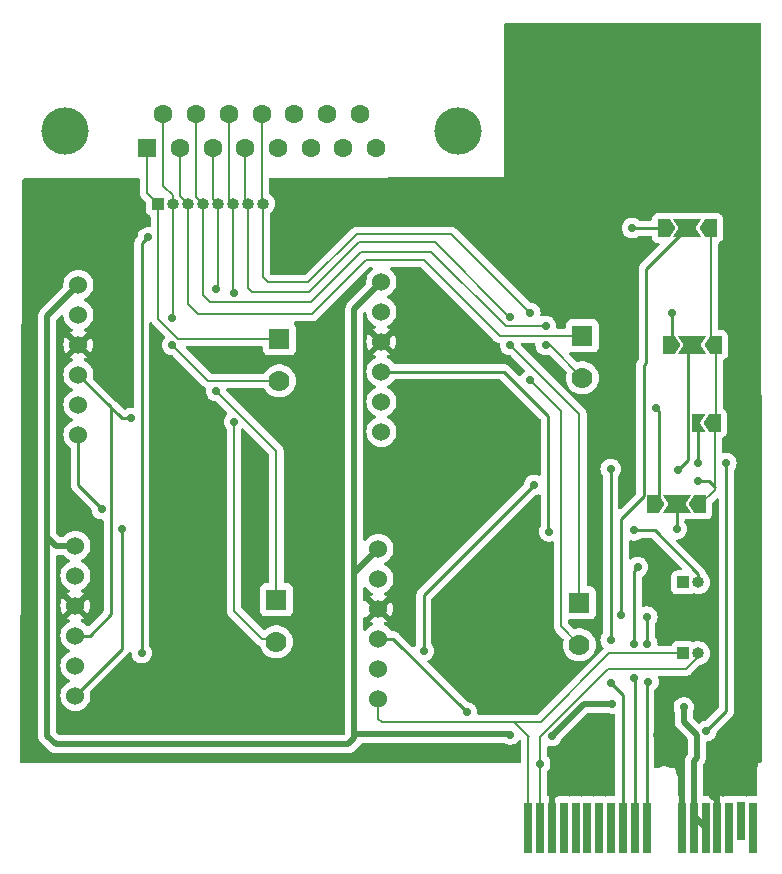
<source format=gbr>
%TF.GenerationSoftware,KiCad,Pcbnew,7.0.7*%
%TF.CreationDate,2023-09-27T23:09:15-07:00*%
%TF.ProjectId,TC-board,54432d62-6f61-4726-942e-6b696361645f,rev?*%
%TF.SameCoordinates,Original*%
%TF.FileFunction,Copper,L1,Top*%
%TF.FilePolarity,Positive*%
%FSLAX46Y46*%
G04 Gerber Fmt 4.6, Leading zero omitted, Abs format (unit mm)*
G04 Created by KiCad (PCBNEW 7.0.7) date 2023-09-27 23:09:15*
%MOMM*%
%LPD*%
G01*
G04 APERTURE LIST*
G04 Aperture macros list*
%AMFreePoly0*
4,1,6,1.000000,0.000000,0.500000,-0.750000,-0.500000,-0.750000,-0.500000,0.750000,0.500000,0.750000,1.000000,0.000000,1.000000,0.000000,$1*%
%AMFreePoly1*
4,1,7,0.700000,0.000000,1.200000,-0.750000,-1.200000,-0.750000,-0.700000,0.000000,-1.200000,0.750000,1.200000,0.750000,0.700000,0.000000,0.700000,0.000000,$1*%
%AMFreePoly2*
4,1,6,0.500000,-0.750000,-0.650000,-0.750000,-0.150000,0.000000,-0.650000,0.750000,0.500000,0.750000,0.500000,-0.750000,0.500000,-0.750000,$1*%
G04 Aperture macros list end*
%TA.AperFunction,ConnectorPad*%
%ADD10R,0.700000X4.300000*%
%TD*%
%TA.AperFunction,ConnectorPad*%
%ADD11R,0.700000X3.200000*%
%TD*%
%TA.AperFunction,SMDPad,CuDef*%
%ADD12FreePoly0,0.000000*%
%TD*%
%TA.AperFunction,SMDPad,CuDef*%
%ADD13FreePoly1,0.000000*%
%TD*%
%TA.AperFunction,SMDPad,CuDef*%
%ADD14FreePoly0,180.000000*%
%TD*%
%TA.AperFunction,ComponentPad*%
%ADD15C,4.000000*%
%TD*%
%TA.AperFunction,ComponentPad*%
%ADD16R,1.600000X1.600000*%
%TD*%
%TA.AperFunction,ComponentPad*%
%ADD17C,1.600000*%
%TD*%
%TA.AperFunction,SMDPad,CuDef*%
%ADD18FreePoly2,180.000000*%
%TD*%
%TA.AperFunction,ComponentPad*%
%ADD19C,1.524000*%
%TD*%
%TA.AperFunction,ComponentPad*%
%ADD20R,1.778000X1.778000*%
%TD*%
%TA.AperFunction,ComponentPad*%
%ADD21C,1.778000*%
%TD*%
%TA.AperFunction,ComponentPad*%
%ADD22R,1.000000X1.000000*%
%TD*%
%TA.AperFunction,ComponentPad*%
%ADD23O,1.000000X1.000000*%
%TD*%
%TA.AperFunction,ViaPad*%
%ADD24C,0.711200*%
%TD*%
%TA.AperFunction,Conductor*%
%ADD25C,0.508000*%
%TD*%
%TA.AperFunction,Conductor*%
%ADD26C,0.200000*%
%TD*%
%TA.AperFunction,Conductor*%
%ADD27C,0.254000*%
%TD*%
%TA.AperFunction,Conductor*%
%ADD28C,0.203200*%
%TD*%
G04 APERTURE END LIST*
D10*
%TO.P,J2,B1,B1*%
%TO.N,/SPI0_SCK*%
X145034000Y-106680000D03*
%TO.P,J2,B2,B2*%
%TO.N,/SPI0_MISO*%
X146034000Y-106680000D03*
%TO.P,J2,B3,B3*%
%TO.N,GND*%
X147034000Y-106680000D03*
%TO.P,J2,B4,B4*%
%TO.N,unconnected-(J2-PadB4)*%
X148034000Y-106680000D03*
%TO.P,J2,B5,B5*%
%TO.N,unconnected-(J2-PadB5)*%
X149034000Y-106680000D03*
%TO.P,J2,B6,B6*%
%TO.N,unconnected-(J2-PadB6)*%
X150034000Y-106680000D03*
%TO.P,J2,B7,B7*%
%TO.N,unconnected-(J2-PadB7)*%
X151034000Y-106680000D03*
%TO.P,J2,B8,B8*%
%TO.N,unconnected-(J2-PadB8)*%
X152034000Y-106680000D03*
%TO.P,J2,B9,B9*%
%TO.N,/CS1*%
X153034000Y-106680000D03*
%TO.P,J2,B10,B10*%
%TO.N,/CS2*%
X154034000Y-106680000D03*
%TO.P,J2,B11,B11*%
%TO.N,/CS3*%
X155034000Y-106680000D03*
%TO.P,J2,B12,B12*%
%TO.N,GND*%
X158034000Y-106680000D03*
%TO.P,J2,B13,B13*%
%TO.N,+3.3V*%
X159034000Y-106680000D03*
%TO.P,J2,B14,B14*%
X160034000Y-106680000D03*
%TO.P,J2,B15,B15*%
%TO.N,GND*%
X161034000Y-106680000D03*
%TO.P,J2,B16,B16*%
%TO.N,unconnected-(J2-PadB16)*%
X162034000Y-106680000D03*
D11*
%TO.P,J2,B17,B17*%
%TO.N,unconnected-(J2-PadB17)*%
X163034000Y-106130000D03*
D10*
%TO.P,J2,B18,B18*%
%TO.N,unconnected-(J2-PadB18)*%
X164034000Y-106680000D03*
%TD*%
D12*
%TO.P,JP2,1,A*%
%TO.N,/TC2_CS*%
X155600000Y-79300000D03*
D13*
%TO.P,JP2,2,C*%
%TO.N,/CS2*%
X157600000Y-79300000D03*
D14*
%TO.P,JP2,3,B*%
%TO.N,/TC4_CS*%
X159600000Y-79300000D03*
%TD*%
D15*
%TO.P,J1,0*%
%TO.N,N/C*%
X139098000Y-47666331D03*
X105798000Y-47666331D03*
D16*
%TO.P,J1,1,1*%
%TO.N,/TC1_T-*%
X112753000Y-49086331D03*
D17*
%TO.P,J1,2,2*%
%TO.N,/TC2_T-*%
X115523000Y-49086331D03*
%TO.P,J1,3,3*%
%TO.N,/TC3_T-*%
X118293000Y-49086331D03*
%TO.P,J1,4,4*%
%TO.N,/TC4_T-*%
X121063000Y-49086331D03*
%TO.P,J1,5,5*%
%TO.N,unconnected-(J1-Pad5)*%
X123833000Y-49086331D03*
%TO.P,J1,6,6*%
%TO.N,unconnected-(J1-Pad6)*%
X126603000Y-49086331D03*
%TO.P,J1,7,7*%
%TO.N,unconnected-(J1-Pad7)*%
X129373000Y-49086331D03*
%TO.P,J1,8,8*%
%TO.N,unconnected-(J1-Pad8)*%
X132143000Y-49086331D03*
%TO.P,J1,9,P9*%
%TO.N,/TC1_T+*%
X114138000Y-46246331D03*
%TO.P,J1,10,P10*%
%TO.N,/TC2_T+*%
X116908000Y-46246331D03*
%TO.P,J1,11,P111*%
%TO.N,/TC3_T+*%
X119678000Y-46246331D03*
%TO.P,J1,12,P12*%
%TO.N,/TC4_T+*%
X122448000Y-46246331D03*
%TO.P,J1,13,P13*%
%TO.N,unconnected-(J1-Pad13)*%
X125218000Y-46246331D03*
%TO.P,J1,14,P14*%
%TO.N,unconnected-(J1-Pad14)*%
X127988000Y-46246331D03*
%TO.P,J1,15,P15*%
%TO.N,unconnected-(J1-Pad15)*%
X130758000Y-46246331D03*
%TD*%
D12*
%TO.P,JP1,1,A*%
%TO.N,/TC1_CS*%
X156900000Y-65800000D03*
D13*
%TO.P,JP1,2,C*%
%TO.N,/CS1*%
X158900000Y-65800000D03*
D14*
%TO.P,JP1,3,B*%
%TO.N,/TC4_CS*%
X160900000Y-65800000D03*
%TD*%
D12*
%TO.P,JP3,1,A*%
%TO.N,/TC3_CS*%
X156500000Y-55900000D03*
D13*
%TO.P,JP3,2,C*%
%TO.N,/CS3*%
X158500000Y-55900000D03*
D14*
%TO.P,JP3,3,B*%
%TO.N,/TC4_CS*%
X160500000Y-55900000D03*
%TD*%
%TO.P,JP4,1,A*%
%TO.N,/TC4_CS*%
X160825000Y-72400000D03*
D18*
%TO.P,JP4,2,B*%
%TO.N,/CS4*%
X159375000Y-72400000D03*
%TD*%
D19*
%TO.P,A2,1,GND*%
%TO.N,GND*%
X132587000Y-65532000D03*
D20*
%TO.P,A2,2,T-*%
%TO.N,/TC2_T-*%
X149607260Y-65023460D03*
D21*
%TO.P,A2,3,T+*%
%TO.N,/TC2_T+*%
X149607260Y-68579460D03*
D19*
%TO.P,A2,4,VIN*%
%TO.N,+3.3V*%
X132587000Y-60452000D03*
%TO.P,A2,5,SCK*%
%TO.N,/SPI1_SCK*%
X132587000Y-73152000D03*
%TO.P,A2,6,CS*%
%TO.N,/TC2_CS*%
X132587000Y-70612000D03*
%TO.P,A2,7,SDO*%
%TO.N,/SPI1_MISO*%
X132587000Y-68072000D03*
%TO.P,A2,8,3V0*%
%TO.N,unconnected-(A2-Pad8)*%
X132587000Y-62992000D03*
%TD*%
D22*
%TO.P,J3,1,Pin_1*%
%TO.N,/TC1_T-*%
X113660000Y-53848000D03*
D23*
%TO.P,J3,2,Pin_2*%
%TO.N,/TC1_T+*%
X114930000Y-53848000D03*
%TO.P,J3,3,Pin_3*%
%TO.N,/TC2_T-*%
X116200000Y-53848000D03*
%TO.P,J3,4,Pin_4*%
%TO.N,/TC2_T+*%
X117470000Y-53848000D03*
%TO.P,J3,5,Pin_5*%
%TO.N,/TC3_T-*%
X118740000Y-53848000D03*
%TO.P,J3,6,Pin_6*%
%TO.N,/TC3_T+*%
X120010000Y-53848000D03*
%TO.P,J3,7,Pin_7*%
%TO.N,/TC4_T-*%
X121280000Y-53848000D03*
%TO.P,J3,8,Pin_8*%
%TO.N,/TC4_T+*%
X122550000Y-53848000D03*
%TD*%
D22*
%TO.P,J4,1,Pin_1*%
%TO.N,/SPI0_SCK*%
X158130000Y-91900000D03*
D23*
%TO.P,J4,2,Pin_2*%
%TO.N,/SPI0_MISO*%
X159400000Y-91900000D03*
%TD*%
D19*
%TO.P,A1,1,GND*%
%TO.N,GND*%
X106933000Y-65786000D03*
D20*
%TO.P,A1,2,T-*%
%TO.N,/TC1_T-*%
X123953260Y-65277460D03*
D21*
%TO.P,A1,3,T+*%
%TO.N,/TC1_T+*%
X123953260Y-68833460D03*
D19*
%TO.P,A1,4,VIN*%
%TO.N,+3.3V*%
X106933000Y-60706000D03*
%TO.P,A1,5,SCK*%
%TO.N,/SPI1_SCK*%
X106933000Y-73406000D03*
%TO.P,A1,6,CS*%
%TO.N,/TC1_CS*%
X106933000Y-70866000D03*
%TO.P,A1,7,SDO*%
%TO.N,/SPI1_MISO*%
X106933000Y-68326000D03*
%TO.P,A1,8,3V0*%
%TO.N,unconnected-(A1-Pad8)*%
X106933000Y-63246000D03*
%TD*%
%TO.P,A3,1,GND*%
%TO.N,GND*%
X106679000Y-87884000D03*
D20*
%TO.P,A3,2,T-*%
%TO.N,/TC3_T-*%
X123699260Y-87375460D03*
D21*
%TO.P,A3,3,T+*%
%TO.N,/TC3_T+*%
X123699260Y-90931460D03*
D19*
%TO.P,A3,4,VIN*%
%TO.N,+3.3V*%
X106679000Y-82804000D03*
%TO.P,A3,5,SCK*%
%TO.N,/SPI1_SCK*%
X106679000Y-95504000D03*
%TO.P,A3,6,CS*%
%TO.N,/TC3_CS*%
X106679000Y-92964000D03*
%TO.P,A3,7,SDO*%
%TO.N,/SPI1_MISO*%
X106679000Y-90424000D03*
%TO.P,A3,8,3V0*%
%TO.N,unconnected-(A3-Pad8)*%
X106679000Y-85344000D03*
%TD*%
D22*
%TO.P,J5,1,Pin_1*%
%TO.N,/SPI1_SCK*%
X158150000Y-85900000D03*
D23*
%TO.P,J5,2,Pin_2*%
%TO.N,/SPI1_MISO*%
X159420000Y-85900000D03*
%TD*%
D19*
%TO.P,A4,1,GND*%
%TO.N,GND*%
X132333000Y-88138000D03*
D20*
%TO.P,A4,2,T-*%
%TO.N,/TC4_T-*%
X149353260Y-87629460D03*
D21*
%TO.P,A4,3,T+*%
%TO.N,/TC4_T+*%
X149353260Y-91185460D03*
D19*
%TO.P,A4,4,VIN*%
%TO.N,+3.3V*%
X132333000Y-83058000D03*
%TO.P,A4,5,SCK*%
%TO.N,/SPI0_SCK*%
X132333000Y-95758000D03*
%TO.P,A4,6,CS*%
%TO.N,/TC4_CS*%
X132333000Y-93218000D03*
%TO.P,A4,7,SDO*%
%TO.N,/SPI0_MISO*%
X132333000Y-90678000D03*
%TO.P,A4,8,3V0*%
%TO.N,unconnected-(A4-Pad8)*%
X132333000Y-85598000D03*
%TD*%
D24*
%TO.N,GND*%
X127420000Y-71470000D03*
X157440000Y-100490000D03*
X155930000Y-98790000D03*
X160678800Y-103961200D03*
X147218000Y-103838000D03*
X127370000Y-75890000D03*
X150003000Y-101053000D03*
X147050000Y-100450000D03*
%TO.N,/TC1_T+*%
X114900000Y-63500000D03*
X114900000Y-65800000D03*
%TO.N,+3.3V*%
X143480000Y-98800000D03*
X158190000Y-96480000D03*
X152140000Y-96160000D03*
X146993660Y-98903660D03*
%TO.N,/SPI1_SCK*%
X108900000Y-79700000D03*
X110600000Y-81400000D03*
%TO.N,/TC1_CS*%
X157200000Y-63100000D03*
%TO.N,/SPI1_MISO*%
X146800000Y-81600000D03*
X111400000Y-72000000D03*
X154000000Y-81500000D03*
%TO.N,/TC2_T+*%
X146500000Y-64200000D03*
X146500000Y-65800000D03*
%TO.N,/TC2_CS*%
X155800000Y-71100000D03*
%TO.N,/TC3_T-*%
X118600000Y-61100000D03*
X118600000Y-69700000D03*
%TO.N,/TC3_T+*%
X120100000Y-61400000D03*
X120100000Y-72300000D03*
%TO.N,/TC3_CS*%
X153800000Y-55900000D03*
X112800000Y-56700000D03*
X112300000Y-91900000D03*
%TO.N,/TC4_T-*%
X143500000Y-63400000D03*
X143500000Y-65800000D03*
%TO.N,/TC4_T+*%
X145200000Y-63100000D03*
X145200000Y-68800000D03*
%TO.N,/TC4_CS*%
X159420000Y-77320000D03*
X136180000Y-91700000D03*
X145530000Y-77660000D03*
%TO.N,/SPI0_MISO*%
X146034000Y-101236900D03*
X139840000Y-96910000D03*
%TO.N,/CS1*%
X152000000Y-94400000D03*
X157700000Y-76400000D03*
X152000000Y-76300000D03*
X152000000Y-90800000D03*
%TO.N,/CS2*%
X154000000Y-94000000D03*
X154000000Y-91100000D03*
X154300000Y-84600000D03*
X157600000Y-81400000D03*
%TO.N,/CS3*%
X155200000Y-94300000D03*
X155100000Y-88800000D03*
X152900000Y-88700000D03*
X155100000Y-91100000D03*
%TO.N,/CS4*%
X161800000Y-75800000D03*
X160100000Y-98500000D03*
X159400000Y-75800000D03*
%TD*%
D25*
%TO.N,GND*%
X147034000Y-106680000D02*
X147034000Y-104022000D01*
X150003000Y-101053000D02*
X151120000Y-99936000D01*
X157440000Y-100490000D02*
X157440000Y-100300000D01*
X161034000Y-106680000D02*
X161034000Y-104316400D01*
X147218000Y-100618000D02*
X147050000Y-100450000D01*
X161034000Y-104316400D02*
X160678800Y-103961200D01*
X158034000Y-101084000D02*
X157440000Y-100490000D01*
X127420000Y-75840000D02*
X127370000Y-75890000D01*
X127420000Y-71470000D02*
X127420000Y-75840000D01*
X147218000Y-103838000D02*
X147218000Y-100618000D01*
X157440000Y-100300000D02*
X155930000Y-98790000D01*
X147034000Y-104022000D02*
X147218000Y-103838000D01*
X158034000Y-106680000D02*
X158034000Y-101084000D01*
X147218000Y-103838000D02*
X150003000Y-101053000D01*
D26*
%TO.N,/TC1_T-*%
X113660000Y-53848000D02*
X113660000Y-63560000D01*
X115377460Y-65277460D02*
X123953260Y-65277460D01*
X112753000Y-49086331D02*
X112753000Y-52941000D01*
X113660000Y-63560000D02*
X115377460Y-65277460D01*
X112753000Y-52941000D02*
X113660000Y-53848000D01*
%TO.N,/TC1_T+*%
X114930000Y-53848000D02*
X114930000Y-63470000D01*
X114138000Y-52348894D02*
X114930000Y-53140894D01*
X117933460Y-68833460D02*
X123953260Y-68833460D01*
X114900000Y-65800000D02*
X117933460Y-68833460D01*
X114930000Y-63470000D02*
X114900000Y-63500000D01*
X114138000Y-46246331D02*
X114138000Y-52348894D01*
X114930000Y-53140894D02*
X114930000Y-53848000D01*
D25*
%TO.N,+3.3V*%
X104300000Y-82100000D02*
X105004000Y-82804000D01*
X130300000Y-98760000D02*
X143440000Y-98760000D01*
X130300000Y-98760000D02*
X130300000Y-85091000D01*
X158190000Y-97703552D02*
X159288224Y-98801776D01*
X104300000Y-98900000D02*
X105000000Y-99600000D01*
X146993660Y-98903660D02*
X149737320Y-96160000D01*
X132587000Y-60452000D02*
X130300000Y-62739000D01*
X159034000Y-106680000D02*
X159034000Y-102650000D01*
X159280000Y-100780000D02*
X159280000Y-98810000D01*
X159034000Y-102650000D02*
X159034000Y-101026000D01*
X106933000Y-60706000D02*
X104300000Y-63339000D01*
X105000000Y-99600000D02*
X129800000Y-99600000D01*
X149737320Y-96160000D02*
X152140000Y-96160000D01*
X159034000Y-105680000D02*
X159034000Y-102650000D01*
X158190000Y-96480000D02*
X158190000Y-97703552D01*
X104300000Y-82100000D02*
X104300000Y-98900000D01*
X160034000Y-106680000D02*
X159034000Y-105680000D01*
X130300000Y-99100000D02*
X130300000Y-98760000D01*
X130300000Y-85091000D02*
X132333000Y-83058000D01*
X143440000Y-98760000D02*
X143480000Y-98800000D01*
X105004000Y-82804000D02*
X106679000Y-82804000D01*
X104300000Y-63339000D02*
X104300000Y-82100000D01*
X159034000Y-101026000D02*
X159280000Y-100780000D01*
X129800000Y-99600000D02*
X130300000Y-99100000D01*
X130300000Y-62739000D02*
X130300000Y-85091000D01*
X159280000Y-98810000D02*
X159288224Y-98801776D01*
D27*
%TO.N,/SPI1_SCK*%
X108900000Y-79600000D02*
X108900000Y-79700000D01*
X106933000Y-73406000D02*
X106933000Y-77633000D01*
X108700000Y-79400000D02*
X108900000Y-79600000D01*
X110600000Y-81400000D02*
X110600000Y-91583000D01*
X110600000Y-91583000D02*
X106679000Y-95504000D01*
X106933000Y-77633000D02*
X108700000Y-79400000D01*
%TO.N,/TC1_CS*%
X157200000Y-63100000D02*
X157200000Y-65500000D01*
%TO.N,/SPI1_MISO*%
X106933000Y-68326000D02*
X109700000Y-71093000D01*
X107876000Y-90424000D02*
X106679000Y-90424000D01*
X142972000Y-68072000D02*
X146700000Y-71800000D01*
X154000000Y-81500000D02*
X155727106Y-81500000D01*
X111400000Y-72000000D02*
X110607000Y-72000000D01*
X159420000Y-85192894D02*
X159420000Y-85900000D01*
X155727106Y-81500000D02*
X159420000Y-85192894D01*
X132587000Y-68072000D02*
X142972000Y-68072000D01*
X146700000Y-81500000D02*
X146800000Y-81600000D01*
X109700000Y-71093000D02*
X109700000Y-88600000D01*
X146700000Y-71800000D02*
X146700000Y-81500000D01*
X109700000Y-88600000D02*
X107876000Y-90424000D01*
X110607000Y-72000000D02*
X106933000Y-68326000D01*
D26*
%TO.N,/TC2_T-*%
X142623460Y-65023460D02*
X149607260Y-65023460D01*
X116200000Y-62300000D02*
X117100000Y-63200000D01*
X116200000Y-53848000D02*
X116200000Y-62300000D01*
X136200000Y-58600000D02*
X142623460Y-65023460D01*
X115523000Y-49086331D02*
X115523000Y-53171000D01*
X115523000Y-53171000D02*
X116200000Y-53848000D01*
X131300000Y-58600000D02*
X136200000Y-58600000D01*
X117100000Y-63200000D02*
X126700000Y-63200000D01*
X126700000Y-63200000D02*
X131300000Y-58600000D01*
%TO.N,/TC2_T+*%
X117470000Y-53848000D02*
X117470000Y-61570000D01*
X136800000Y-57900000D02*
X143100000Y-64200000D01*
X146827800Y-65800000D02*
X149607260Y-68579460D01*
X126600000Y-62200000D02*
X130900000Y-57900000D01*
X130900000Y-57900000D02*
X136300000Y-57900000D01*
X136300000Y-57900000D02*
X136800000Y-57900000D01*
X117470000Y-61570000D02*
X118100000Y-62200000D01*
X116908000Y-53286000D02*
X117470000Y-53848000D01*
X146500000Y-65800000D02*
X146827800Y-65800000D01*
X118100000Y-62200000D02*
X126600000Y-62200000D01*
X116908000Y-46246331D02*
X116908000Y-53286000D01*
X143100000Y-64200000D02*
X146500000Y-64200000D01*
D27*
%TO.N,/TC2_CS*%
X156095200Y-78804800D02*
X155600000Y-79300000D01*
X155800000Y-71100000D02*
X156095200Y-71395200D01*
X156095200Y-71395200D02*
X156095200Y-78804800D01*
D26*
%TO.N,/TC3_T-*%
X118293000Y-49086331D02*
X118293000Y-53401000D01*
X123699260Y-74799260D02*
X123699260Y-87375460D01*
X118600000Y-69700000D02*
X123699260Y-74799260D01*
X118740000Y-53848000D02*
X118740000Y-60960000D01*
X118740000Y-60960000D02*
X118600000Y-61100000D01*
X118293000Y-53401000D02*
X118740000Y-53848000D01*
%TO.N,/TC3_T+*%
X119678000Y-53516000D02*
X120010000Y-53848000D01*
X119678000Y-46246331D02*
X119678000Y-53516000D01*
X120100000Y-88300000D02*
X122500000Y-90700000D01*
X122500000Y-90700000D02*
X123467800Y-90700000D01*
X120100000Y-72300000D02*
X120100000Y-88300000D01*
X120010000Y-53848000D02*
X120010000Y-61310000D01*
X120010000Y-61310000D02*
X120100000Y-61400000D01*
X123467800Y-90700000D02*
X123699260Y-90931460D01*
D27*
%TO.N,/TC3_CS*%
X153800000Y-55900000D02*
X156500000Y-55900000D01*
X112300000Y-57200000D02*
X112800000Y-56700000D01*
X112300000Y-91900000D02*
X112300000Y-57200000D01*
D26*
%TO.N,/TC4_T-*%
X121280000Y-53848000D02*
X121280000Y-60980000D01*
X126500000Y-61300000D02*
X130700000Y-57100000D01*
X130700000Y-57100000D02*
X137100000Y-57100000D01*
X149353260Y-71653260D02*
X149353260Y-87629460D01*
X121280000Y-60980000D02*
X121600000Y-61300000D01*
X137100000Y-57100000D02*
X143400000Y-63400000D01*
X121063000Y-53631000D02*
X121280000Y-53848000D01*
X121063000Y-49086331D02*
X121063000Y-53631000D01*
X143400000Y-63400000D02*
X143500000Y-63400000D01*
X121600000Y-61300000D02*
X126500000Y-61300000D01*
X143500000Y-65800000D02*
X149353260Y-71653260D01*
%TO.N,/TC4_T+*%
X122550000Y-60050000D02*
X123000000Y-60500000D01*
X122448000Y-46246331D02*
X122448000Y-53746000D01*
X145200000Y-68800000D02*
X147800000Y-71400000D01*
X147800000Y-89632200D02*
X149353260Y-91185460D01*
X123000000Y-60500000D02*
X126400000Y-60500000D01*
X122550000Y-53848000D02*
X122550000Y-60050000D01*
X122448000Y-53746000D02*
X122550000Y-53848000D01*
X147800000Y-71400000D02*
X147800000Y-89632200D01*
X138500000Y-56400000D02*
X145200000Y-63100000D01*
X126400000Y-60500000D02*
X130500000Y-56400000D01*
X130500000Y-56400000D02*
X138500000Y-56400000D01*
D28*
%TO.N,/SPI0_SCK*%
X143800000Y-97700000D02*
X145100000Y-99000000D01*
X145034000Y-99066000D02*
X145034000Y-106680000D01*
X132600000Y-97700000D02*
X143800000Y-97700000D01*
X146100000Y-97700000D02*
X143800000Y-97700000D01*
X145100000Y-99000000D02*
X145034000Y-99066000D01*
X158130000Y-91900000D02*
X151900000Y-91900000D01*
X151900000Y-91900000D02*
X146100000Y-97700000D01*
X132333000Y-97433000D02*
X132600000Y-97700000D01*
X132333000Y-95758000D02*
X132333000Y-97433000D01*
D27*
%TO.N,/TC4_CS*%
X160285000Y-77320000D02*
X160825000Y-77860000D01*
X136180000Y-91700000D02*
X136180000Y-87010000D01*
X159420000Y-77320000D02*
X160285000Y-77320000D01*
D28*
X160900000Y-65800000D02*
X160900000Y-72325000D01*
X160825000Y-78075000D02*
X159600000Y-79300000D01*
X160825000Y-72400000D02*
X160825000Y-77860000D01*
X160900000Y-72325000D02*
X160825000Y-72400000D01*
D27*
X136180000Y-87010000D02*
X145530000Y-77660000D01*
D28*
X160825000Y-77860000D02*
X160825000Y-78075000D01*
X160500000Y-65400000D02*
X160900000Y-65800000D01*
X160500000Y-55900000D02*
X160500000Y-65400000D01*
%TO.N,/SPI0_MISO*%
X146034000Y-98966000D02*
X146034000Y-106680000D01*
X158388800Y-93200000D02*
X151800000Y-93200000D01*
X151800000Y-93200000D02*
X146034000Y-98966000D01*
D27*
X132333000Y-90678000D02*
X133608000Y-90678000D01*
D28*
X159400000Y-91900000D02*
X159400000Y-92188800D01*
X159400000Y-92188800D02*
X158388800Y-93200000D01*
D27*
X133608000Y-90678000D02*
X139840000Y-96910000D01*
%TO.N,/CS1*%
X158900000Y-65800000D02*
X158570200Y-66129800D01*
X152000000Y-94400000D02*
X153034000Y-95434000D01*
X158570200Y-75529800D02*
X157700000Y-76400000D01*
X152000000Y-76300000D02*
X152000000Y-90800000D01*
X153034000Y-95434000D02*
X153034000Y-106680000D01*
X158570200Y-66129800D02*
X158570200Y-75529800D01*
%TO.N,/CS2*%
X154000000Y-84900000D02*
X154000000Y-91100000D01*
X157600000Y-79300000D02*
X157600000Y-81400000D01*
X154300000Y-84600000D02*
X154000000Y-84900000D01*
X154000000Y-94000000D02*
X154034000Y-94034000D01*
X154034000Y-94034000D02*
X154034000Y-106680000D01*
%TO.N,/CS3*%
X155034000Y-94466000D02*
X155034000Y-106680000D01*
X158500000Y-55900000D02*
X155000000Y-59400000D01*
X155000000Y-67300000D02*
X154795200Y-67504800D01*
X154795200Y-78604800D02*
X153600000Y-79800000D01*
X152900000Y-80500000D02*
X152900000Y-88700000D01*
X154795200Y-67504800D02*
X154795200Y-78604800D01*
X153600000Y-79800000D02*
X152900000Y-80500000D01*
X155100000Y-88800000D02*
X155100000Y-91100000D01*
X155000000Y-59400000D02*
X155000000Y-67300000D01*
X155200000Y-94300000D02*
X155034000Y-94466000D01*
%TO.N,/CS4*%
X159375000Y-72400000D02*
X159375000Y-75775000D01*
X161800000Y-92300000D02*
X161800000Y-96800000D01*
X161800000Y-75800000D02*
X161800000Y-92300000D01*
X161800000Y-96800000D02*
X160100000Y-98500000D01*
X159375000Y-75775000D02*
X159400000Y-75800000D01*
%TD*%
%TA.AperFunction,Conductor*%
%TO.N,GND*%
G36*
X152398500Y-101133936D02*
G01*
X152398500Y-103897500D01*
X152378815Y-103964539D01*
X152326011Y-104010294D01*
X152274500Y-104021500D01*
X151635345Y-104021500D01*
X151574802Y-104028010D01*
X151567245Y-104029796D01*
X151566778Y-104027822D01*
X151507626Y-104032046D01*
X151496708Y-104028839D01*
X151493197Y-104028010D01*
X151432654Y-104021500D01*
X151432638Y-104021500D01*
X150635362Y-104021500D01*
X150635345Y-104021500D01*
X150574799Y-104028010D01*
X150567248Y-104029795D01*
X150566782Y-104027823D01*
X150507618Y-104032044D01*
X150496701Y-104028837D01*
X150493202Y-104028011D01*
X150432654Y-104021500D01*
X150432638Y-104021500D01*
X149635362Y-104021500D01*
X149635345Y-104021500D01*
X149574802Y-104028010D01*
X149567245Y-104029796D01*
X149566778Y-104027822D01*
X149507626Y-104032046D01*
X149496708Y-104028839D01*
X149493197Y-104028010D01*
X149432654Y-104021500D01*
X149432638Y-104021500D01*
X148635362Y-104021500D01*
X148635345Y-104021500D01*
X148574799Y-104028010D01*
X148567248Y-104029795D01*
X148566782Y-104027823D01*
X148507618Y-104032044D01*
X148496701Y-104028837D01*
X148493202Y-104028011D01*
X148432654Y-104021500D01*
X148432638Y-104021500D01*
X147635362Y-104021500D01*
X147635345Y-104021500D01*
X147574802Y-104028010D01*
X147574792Y-104028012D01*
X147563911Y-104032071D01*
X147499143Y-104036700D01*
X147499087Y-104037231D01*
X147496148Y-104036915D01*
X147494219Y-104037053D01*
X147492074Y-104036567D01*
X147491374Y-104036401D01*
X147431844Y-104030000D01*
X147283999Y-104030000D01*
X147283999Y-104174546D01*
X147264314Y-104241585D01*
X147259268Y-104248853D01*
X147233113Y-104283793D01*
X147233111Y-104283796D01*
X147233109Y-104283799D01*
X147233110Y-104283799D01*
X147182011Y-104420795D01*
X147182011Y-104420797D01*
X147175500Y-104481345D01*
X147175500Y-106806000D01*
X147155815Y-106873039D01*
X147103011Y-106918794D01*
X147051500Y-106930000D01*
X147016500Y-106930000D01*
X146949461Y-106910315D01*
X146903706Y-106857511D01*
X146892500Y-106806000D01*
X146892500Y-104481362D01*
X146892499Y-104481345D01*
X146889157Y-104450270D01*
X146885989Y-104420799D01*
X146834889Y-104283796D01*
X146808732Y-104248855D01*
X146784316Y-104183392D01*
X146784000Y-104174545D01*
X146784000Y-104030000D01*
X146768100Y-104030000D01*
X146701061Y-104010315D01*
X146655306Y-103957511D01*
X146644100Y-103906000D01*
X146644100Y-101898292D01*
X146663785Y-101831253D01*
X146675950Y-101815320D01*
X146704615Y-101783484D01*
X146736923Y-101747603D01*
X146827743Y-101590297D01*
X146883873Y-101417546D01*
X146902860Y-101236900D01*
X146888953Y-101104587D01*
X152398500Y-101133936D01*
G37*
%TD.AperFunction*%
%TA.AperFunction,Conductor*%
G36*
X158271500Y-101165222D02*
G01*
X158271500Y-104191243D01*
X158251815Y-104258282D01*
X158246767Y-104265554D01*
X158233111Y-104283795D01*
X158182011Y-104420795D01*
X158182011Y-104420797D01*
X158175500Y-104481345D01*
X158175500Y-106806000D01*
X158155815Y-106873039D01*
X158103011Y-106918794D01*
X158051500Y-106930000D01*
X157908000Y-106930000D01*
X157840961Y-106910315D01*
X157795206Y-106857511D01*
X157784000Y-106806000D01*
X157784000Y-104029999D01*
X157774818Y-104020817D01*
X157741333Y-103959494D01*
X157738500Y-103933137D01*
X157738500Y-102574622D01*
X157738499Y-102574617D01*
X157736076Y-102560877D01*
X157701902Y-102367062D01*
X157629818Y-102169012D01*
X157524438Y-101986488D01*
X157519092Y-101980117D01*
X157491079Y-101916111D01*
X157490152Y-101904571D01*
X157480000Y-101600000D01*
X157105611Y-101600000D01*
X157050472Y-101585227D01*
X157049893Y-101586470D01*
X157044991Y-101584184D01*
X157044988Y-101584182D01*
X157019980Y-101575079D01*
X156846937Y-101512097D01*
X156639382Y-101475500D01*
X156639380Y-101475500D01*
X156428620Y-101475500D01*
X156428617Y-101475500D01*
X156221062Y-101512097D01*
X156023014Y-101584181D01*
X156018107Y-101586470D01*
X156017527Y-101585227D01*
X155962389Y-101600000D01*
X155793500Y-101600000D01*
X155726461Y-101580315D01*
X155680706Y-101527511D01*
X155669500Y-101476000D01*
X155669500Y-101151361D01*
X158271500Y-101165222D01*
G37*
%TD.AperFunction*%
%TA.AperFunction,Conductor*%
G36*
X164548096Y-101198657D02*
G01*
X164547970Y-101198747D01*
X164543131Y-101201851D01*
X164509987Y-101223109D01*
X164507644Y-101225366D01*
X164506988Y-101225906D01*
X164505948Y-101227000D01*
X164504877Y-101228030D01*
X164504346Y-101228682D01*
X164502097Y-101231043D01*
X164477941Y-101269173D01*
X164452170Y-101306221D01*
X164450872Y-101309196D01*
X164450470Y-101309951D01*
X164449933Y-101311345D01*
X164449331Y-101312724D01*
X164449084Y-101313547D01*
X164447916Y-101316572D01*
X164440191Y-101361053D01*
X164436014Y-101380170D01*
X164435305Y-101386214D01*
X164435133Y-101386193D01*
X164434283Y-101395064D01*
X164430590Y-101416326D01*
X164431705Y-101421294D01*
X164434690Y-101450761D01*
X164430071Y-101697133D01*
X164429784Y-101702038D01*
X164429500Y-101704928D01*
X164429500Y-101727624D01*
X164429075Y-101750292D01*
X164429304Y-101753169D01*
X164429500Y-101758091D01*
X164429500Y-103897500D01*
X164409815Y-103964539D01*
X164357011Y-104010294D01*
X164305500Y-104021500D01*
X163635345Y-104021500D01*
X163574802Y-104028010D01*
X163567245Y-104029796D01*
X163566778Y-104027822D01*
X163507626Y-104032046D01*
X163496708Y-104028839D01*
X163493197Y-104028010D01*
X163432654Y-104021500D01*
X163432638Y-104021500D01*
X162635362Y-104021500D01*
X162635345Y-104021500D01*
X162574799Y-104028010D01*
X162567248Y-104029795D01*
X162566782Y-104027823D01*
X162507618Y-104032044D01*
X162496701Y-104028837D01*
X162493202Y-104028011D01*
X162432654Y-104021500D01*
X162432638Y-104021500D01*
X161635362Y-104021500D01*
X161635345Y-104021500D01*
X161574802Y-104028010D01*
X161574792Y-104028012D01*
X161563911Y-104032071D01*
X161499143Y-104036700D01*
X161499087Y-104037231D01*
X161496148Y-104036915D01*
X161494219Y-104037053D01*
X161492074Y-104036567D01*
X161491374Y-104036401D01*
X161431844Y-104030000D01*
X161283999Y-104030000D01*
X161283999Y-104174546D01*
X161264314Y-104241585D01*
X161259268Y-104248853D01*
X161233113Y-104283793D01*
X161233111Y-104283796D01*
X161233109Y-104283799D01*
X161233110Y-104283799D01*
X161182011Y-104420795D01*
X161182011Y-104420797D01*
X161175500Y-104481345D01*
X161175500Y-106806000D01*
X161155815Y-106873039D01*
X161103011Y-106918794D01*
X161051500Y-106930000D01*
X161016500Y-106930000D01*
X160949461Y-106910315D01*
X160903706Y-106857511D01*
X160892500Y-106806000D01*
X160892500Y-104481362D01*
X160892499Y-104481345D01*
X160889157Y-104450270D01*
X160885989Y-104420799D01*
X160834889Y-104283796D01*
X160808732Y-104248855D01*
X160784316Y-104183392D01*
X160784000Y-104174545D01*
X160784000Y-104030000D01*
X160636155Y-104030000D01*
X160576617Y-104036402D01*
X160575917Y-104036568D01*
X160575358Y-104036537D01*
X160568913Y-104037231D01*
X160568800Y-104036185D01*
X160506148Y-104032819D01*
X160504087Y-104032071D01*
X160493201Y-104028011D01*
X160493199Y-104028010D01*
X160432654Y-104021500D01*
X160432638Y-104021500D01*
X159920500Y-104021500D01*
X159853461Y-104001815D01*
X159807706Y-103949011D01*
X159796500Y-103897500D01*
X159796500Y-101395831D01*
X159816185Y-101328792D01*
X159825508Y-101316128D01*
X159830691Y-101309951D01*
X159840971Y-101297698D01*
X159844626Y-101293711D01*
X159850573Y-101287765D01*
X159871242Y-101261624D01*
X159921396Y-101201853D01*
X159921400Y-101201844D01*
X159925364Y-101195819D01*
X159925401Y-101195843D01*
X159929638Y-101189193D01*
X159929601Y-101189170D01*
X159933390Y-101183024D01*
X159933395Y-101183019D01*
X159937555Y-101174097D01*
X164548096Y-101198657D01*
G37*
%TD.AperFunction*%
%TD*%
%TA.AperFunction,Conductor*%
%TO.N,GND*%
G36*
X112087284Y-51695451D02*
G01*
X112133168Y-51748142D01*
X112144500Y-51799930D01*
X112144500Y-52897054D01*
X112143969Y-52905151D01*
X112141383Y-52924790D01*
X112139250Y-52940998D01*
X112144021Y-52977248D01*
X112144023Y-52977263D01*
X112154590Y-53057524D01*
X112160161Y-53099848D01*
X112160163Y-53099854D01*
X112221473Y-53247871D01*
X112221473Y-53247872D01*
X112221475Y-53247875D01*
X112221476Y-53247876D01*
X112249959Y-53284996D01*
X112294525Y-53343074D01*
X112294526Y-53343075D01*
X112319012Y-53374986D01*
X112347698Y-53396998D01*
X112353794Y-53402343D01*
X112601750Y-53650299D01*
X112615181Y-53663730D01*
X112648666Y-53725053D01*
X112651500Y-53751411D01*
X112651500Y-54396654D01*
X112658011Y-54457202D01*
X112658011Y-54457204D01*
X112698057Y-54564567D01*
X112709111Y-54594204D01*
X112796739Y-54711261D01*
X112913796Y-54798889D01*
X112970835Y-54820163D01*
X113026766Y-54862034D01*
X113051183Y-54927498D01*
X113051499Y-54936344D01*
X113051499Y-55716926D01*
X113031814Y-55783965D01*
X112979010Y-55829720D01*
X112909852Y-55839664D01*
X112901725Y-55838217D01*
X112890821Y-55835900D01*
X112709179Y-55835900D01*
X112691471Y-55839664D01*
X112531507Y-55873664D01*
X112531501Y-55873666D01*
X112365570Y-55947545D01*
X112365565Y-55947547D01*
X112218620Y-56054309D01*
X112218613Y-56054315D01*
X112097076Y-56189298D01*
X112006258Y-56346599D01*
X112006257Y-56346601D01*
X111950128Y-56519349D01*
X111950127Y-56519351D01*
X111939443Y-56620998D01*
X111912857Y-56685613D01*
X111895169Y-56703573D01*
X111891700Y-56706442D01*
X111860728Y-56739424D01*
X111843573Y-56757693D01*
X111837166Y-56764100D01*
X111822365Y-56778900D01*
X111822363Y-56778902D01*
X111818008Y-56784516D01*
X111814218Y-56788953D01*
X111781782Y-56823494D01*
X111781781Y-56823496D01*
X111771900Y-56841468D01*
X111761225Y-56857719D01*
X111748652Y-56873929D01*
X111748649Y-56873933D01*
X111729827Y-56917428D01*
X111727257Y-56922674D01*
X111704430Y-56964197D01*
X111699329Y-56984064D01*
X111693030Y-57002462D01*
X111684884Y-57021287D01*
X111684881Y-57021296D01*
X111677469Y-57068098D01*
X111676284Y-57073820D01*
X111664500Y-57119711D01*
X111664500Y-57140225D01*
X111662973Y-57159624D01*
X111659765Y-57179877D01*
X111659764Y-57179880D01*
X111664224Y-57227060D01*
X111664499Y-57232897D01*
X111664499Y-71019689D01*
X111644814Y-71086728D01*
X111592010Y-71132483D01*
X111522852Y-71142427D01*
X111514721Y-71140980D01*
X111511724Y-71140343D01*
X111490821Y-71135900D01*
X111309179Y-71135900D01*
X111285279Y-71140980D01*
X111131507Y-71173664D01*
X111131501Y-71173666D01*
X110965570Y-71247545D01*
X110965565Y-71247547D01*
X110928291Y-71274629D01*
X110862485Y-71298109D01*
X110794431Y-71282283D01*
X110767725Y-71261992D01*
X110191633Y-70685900D01*
X110178994Y-70671101D01*
X110166943Y-70654514D01*
X110166941Y-70654512D01*
X110130422Y-70624301D01*
X110126100Y-70620367D01*
X108210906Y-68705173D01*
X108177421Y-68643850D01*
X108178812Y-68585398D01*
X108188978Y-68547463D01*
X108208353Y-68326000D01*
X108205506Y-68293463D01*
X108193333Y-68154315D01*
X108188978Y-68104537D01*
X108131440Y-67889804D01*
X108037488Y-67688324D01*
X108037486Y-67688321D01*
X108037485Y-67688319D01*
X107909978Y-67506220D01*
X107832771Y-67429013D01*
X107752781Y-67349023D01*
X107570677Y-67221512D01*
X107570678Y-67221512D01*
X107570676Y-67221511D01*
X107446682Y-67163692D01*
X107394243Y-67117519D01*
X107375091Y-67050326D01*
X107395307Y-66983445D01*
X107446684Y-66938927D01*
X107566413Y-66883097D01*
X107566420Y-66883093D01*
X107631186Y-66837742D01*
X107631187Y-66837740D01*
X107102276Y-66308829D01*
X107068791Y-66247506D01*
X107073775Y-66177814D01*
X107115647Y-66121881D01*
X107130933Y-66112097D01*
X107170251Y-66090820D01*
X107256371Y-65997269D01*
X107257083Y-65995643D01*
X107258652Y-65993777D01*
X107261992Y-65988666D01*
X107262609Y-65989069D01*
X107302036Y-65942158D01*
X107368770Y-65921464D01*
X107436099Y-65940135D01*
X107458322Y-65957769D01*
X107984740Y-66484187D01*
X107984742Y-66484186D01*
X108030093Y-66419420D01*
X108030100Y-66419408D01*
X108123419Y-66219284D01*
X108123424Y-66219270D01*
X108180573Y-66005986D01*
X108180575Y-66005976D01*
X108199821Y-65786000D01*
X108199821Y-65785999D01*
X108180575Y-65566023D01*
X108180573Y-65566013D01*
X108123424Y-65352729D01*
X108123420Y-65352720D01*
X108030098Y-65152590D01*
X107984740Y-65087811D01*
X107455949Y-65616602D01*
X107394626Y-65650087D01*
X107324934Y-65645103D01*
X107269001Y-65603231D01*
X107264460Y-65596743D01*
X107217189Y-65524391D01*
X107217187Y-65524388D01*
X107185984Y-65500102D01*
X107116843Y-65446287D01*
X107116840Y-65446285D01*
X107116488Y-65446012D01*
X107075675Y-65389301D01*
X107072000Y-65319529D01*
X107104969Y-65260477D01*
X107631187Y-64734258D01*
X107566409Y-64688900D01*
X107566407Y-64688899D01*
X107446683Y-64633071D01*
X107394243Y-64586899D01*
X107375091Y-64519705D01*
X107395307Y-64452824D01*
X107446682Y-64408307D01*
X107570677Y-64350488D01*
X107752781Y-64222977D01*
X107909977Y-64065781D01*
X108037488Y-63883677D01*
X108131440Y-63682196D01*
X108188978Y-63467463D01*
X108208014Y-63249877D01*
X108208353Y-63246002D01*
X108208353Y-63245997D01*
X108195364Y-63097528D01*
X108188978Y-63024537D01*
X108131440Y-62809804D01*
X108037488Y-62608324D01*
X108037486Y-62608321D01*
X108037485Y-62608319D01*
X107909978Y-62426220D01*
X107838077Y-62354319D01*
X107752781Y-62269023D01*
X107570677Y-62141512D01*
X107456738Y-62088381D01*
X107404299Y-62042210D01*
X107385147Y-61975017D01*
X107405363Y-61908135D01*
X107456739Y-61863618D01*
X107570677Y-61810488D01*
X107752781Y-61682977D01*
X107909977Y-61525781D01*
X108037488Y-61343677D01*
X108131440Y-61142196D01*
X108188978Y-60927463D01*
X108204801Y-60746603D01*
X108208353Y-60706002D01*
X108208353Y-60705997D01*
X108201087Y-60622951D01*
X108188978Y-60484537D01*
X108131440Y-60269804D01*
X108037488Y-60068324D01*
X108037486Y-60068321D01*
X108037485Y-60068319D01*
X107909978Y-59886220D01*
X107838077Y-59814319D01*
X107752781Y-59729023D01*
X107570677Y-59601512D01*
X107570678Y-59601512D01*
X107570676Y-59601511D01*
X107469936Y-59554535D01*
X107369196Y-59507560D01*
X107369193Y-59507559D01*
X107369191Y-59507558D01*
X107154465Y-59450022D01*
X107154457Y-59450021D01*
X106933002Y-59430647D01*
X106932998Y-59430647D01*
X106711542Y-59450021D01*
X106711535Y-59450022D01*
X106496800Y-59507561D01*
X106295323Y-59601512D01*
X106295319Y-59601514D01*
X106113217Y-59729023D01*
X105956023Y-59886217D01*
X105828514Y-60068319D01*
X105828512Y-60068323D01*
X105734561Y-60269800D01*
X105677022Y-60484535D01*
X105677021Y-60484542D01*
X105657647Y-60705997D01*
X105657647Y-60706003D01*
X105668456Y-60829564D01*
X105654689Y-60898064D01*
X105632609Y-60928051D01*
X103806499Y-62754161D01*
X103792872Y-62765939D01*
X103773176Y-62780603D01*
X103739027Y-62821300D01*
X103735379Y-62825281D01*
X103729425Y-62831236D01*
X103719090Y-62844307D01*
X103708754Y-62857379D01*
X103664708Y-62909871D01*
X103658603Y-62917148D01*
X103654637Y-62923178D01*
X103654603Y-62923156D01*
X103650361Y-62929815D01*
X103650395Y-62929836D01*
X103646607Y-62935977D01*
X103646605Y-62935980D01*
X103613625Y-63006705D01*
X103604667Y-63024542D01*
X103578605Y-63076434D01*
X103576135Y-63083221D01*
X103576097Y-63083207D01*
X103573506Y-63090661D01*
X103573546Y-63090674D01*
X103571274Y-63097528D01*
X103555498Y-63173934D01*
X103537499Y-63249880D01*
X103536661Y-63257052D01*
X103536619Y-63257047D01*
X103535818Y-63264893D01*
X103535860Y-63264897D01*
X103535230Y-63272086D01*
X103537500Y-63350075D01*
X103537500Y-82010878D01*
X103537499Y-82035424D01*
X103536190Y-82053387D01*
X103532634Y-82077666D01*
X103532633Y-82077678D01*
X103537263Y-82130592D01*
X103537499Y-82135998D01*
X103537499Y-98835421D01*
X103536190Y-98853391D01*
X103532634Y-98877669D01*
X103532633Y-98877675D01*
X103537264Y-98930590D01*
X103537500Y-98935997D01*
X103537500Y-98944413D01*
X103541368Y-98977510D01*
X103548168Y-99055242D01*
X103549628Y-99062309D01*
X103549589Y-99062317D01*
X103551299Y-99070028D01*
X103551337Y-99070020D01*
X103553000Y-99077040D01*
X103573752Y-99134055D01*
X103579690Y-99150369D01*
X103590653Y-99183452D01*
X103604236Y-99224443D01*
X103607288Y-99230987D01*
X103607250Y-99231004D01*
X103610686Y-99238101D01*
X103610723Y-99238083D01*
X103613962Y-99244531D01*
X103613964Y-99244534D01*
X103613966Y-99244539D01*
X103656848Y-99309738D01*
X103667085Y-99326335D01*
X103697816Y-99376155D01*
X103702294Y-99381818D01*
X103702261Y-99381843D01*
X103707245Y-99387961D01*
X103707278Y-99387935D01*
X103711912Y-99393457D01*
X103711915Y-99393462D01*
X103711918Y-99393465D01*
X103711920Y-99393467D01*
X103768683Y-99447020D01*
X104415162Y-100093500D01*
X104426938Y-100107125D01*
X104441602Y-100126822D01*
X104441604Y-100126823D01*
X104441605Y-100126825D01*
X104482297Y-100160969D01*
X104486287Y-100164625D01*
X104492235Y-100170573D01*
X104518379Y-100191245D01*
X104578147Y-100241396D01*
X104578153Y-100241399D01*
X104584184Y-100245366D01*
X104584160Y-100245401D01*
X104590807Y-100249636D01*
X104590829Y-100249601D01*
X104596980Y-100253395D01*
X104667711Y-100286377D01*
X104737434Y-100321394D01*
X104737436Y-100321394D01*
X104744223Y-100323865D01*
X104744208Y-100323904D01*
X104751656Y-100326493D01*
X104751670Y-100326453D01*
X104758523Y-100328723D01*
X104758526Y-100328725D01*
X104758528Y-100328725D01*
X104758530Y-100328726D01*
X104834938Y-100344502D01*
X104910877Y-100362500D01*
X104910880Y-100362500D01*
X104910884Y-100362501D01*
X104918051Y-100363339D01*
X104918046Y-100363379D01*
X104925893Y-100364181D01*
X104925897Y-100364140D01*
X104933086Y-100364769D01*
X104933090Y-100364768D01*
X104933091Y-100364769D01*
X105011076Y-100362500D01*
X129735418Y-100362500D01*
X129753388Y-100363809D01*
X129755649Y-100364140D01*
X129777672Y-100367366D01*
X129830596Y-100362735D01*
X129835997Y-100362500D01*
X129844406Y-100362500D01*
X129844412Y-100362500D01*
X129875383Y-100358879D01*
X129877512Y-100358631D01*
X129890465Y-100357497D01*
X129955240Y-100351831D01*
X129955248Y-100351828D01*
X129962309Y-100350371D01*
X129962317Y-100350414D01*
X129970016Y-100348707D01*
X129970007Y-100348666D01*
X129977037Y-100346999D01*
X129977038Y-100346998D01*
X129977042Y-100346998D01*
X130050369Y-100320309D01*
X130124440Y-100295765D01*
X130124448Y-100295759D01*
X130130988Y-100292711D01*
X130131006Y-100292750D01*
X130138102Y-100289315D01*
X130138083Y-100289276D01*
X130144535Y-100286035D01*
X130144539Y-100286034D01*
X130209738Y-100243151D01*
X130276149Y-100202188D01*
X130276154Y-100202182D01*
X130281813Y-100197709D01*
X130281840Y-100197743D01*
X130287954Y-100192763D01*
X130287927Y-100192730D01*
X130293462Y-100188085D01*
X130347020Y-100131317D01*
X130571845Y-99906491D01*
X130793504Y-99684832D01*
X130807133Y-99673055D01*
X130826822Y-99658398D01*
X130860966Y-99617706D01*
X130864626Y-99613711D01*
X130870573Y-99607765D01*
X130891245Y-99581620D01*
X130903687Y-99566791D01*
X130961856Y-99528092D01*
X130998674Y-99522500D01*
X142964051Y-99522500D01*
X143031090Y-99542185D01*
X143036910Y-99546163D01*
X143045570Y-99552455D01*
X143077776Y-99566794D01*
X143211501Y-99626333D01*
X143211507Y-99626335D01*
X143389179Y-99664100D01*
X143389180Y-99664100D01*
X143570819Y-99664100D01*
X143570821Y-99664100D01*
X143748493Y-99626335D01*
X143748495Y-99626333D01*
X143748498Y-99626333D01*
X143770949Y-99616336D01*
X143914430Y-99552455D01*
X144061381Y-99445689D01*
X144182923Y-99310703D01*
X144192512Y-99294093D01*
X144243079Y-99245878D01*
X144311686Y-99232654D01*
X144376551Y-99258622D01*
X144417080Y-99315536D01*
X144423900Y-99356093D01*
X144423900Y-101076000D01*
X144404215Y-101143039D01*
X144351411Y-101188794D01*
X144299900Y-101200000D01*
X102124502Y-101200000D01*
X102057463Y-101180315D01*
X102011708Y-101127511D01*
X102000503Y-101075499D01*
X102000664Y-101035774D01*
X102199502Y-51823196D01*
X102219457Y-51756238D01*
X102272446Y-51710696D01*
X102323196Y-51699698D01*
X112020199Y-51675930D01*
X112087284Y-51695451D01*
G37*
%TD.AperFunction*%
%TA.AperFunction,Conductor*%
G36*
X164643236Y-38519685D02*
G01*
X164688991Y-38572489D01*
X164700197Y-38623802D01*
X164799724Y-101027815D01*
X164780146Y-101094886D01*
X164727415Y-101140725D01*
X164697630Y-101150063D01*
X164673633Y-101154370D01*
X164664758Y-101155270D01*
X164664780Y-101155442D01*
X164658733Y-101156186D01*
X164644146Y-101159459D01*
X164639627Y-101160474D01*
X164624821Y-101163131D01*
X164595207Y-101168447D01*
X164592178Y-101169636D01*
X164591366Y-101169884D01*
X164590007Y-101170487D01*
X164588612Y-101171034D01*
X164587855Y-101171442D01*
X164584883Y-101172758D01*
X164548096Y-101198658D01*
X159937555Y-101174097D01*
X159966371Y-101112301D01*
X160001394Y-101042566D01*
X160003866Y-101035774D01*
X160003907Y-101035789D01*
X160006492Y-101028353D01*
X160006450Y-101028339D01*
X160008721Y-101021480D01*
X160008725Y-101021473D01*
X160016614Y-100983263D01*
X160024505Y-100945053D01*
X160035352Y-100899281D01*
X160042500Y-100869123D01*
X160042500Y-100869120D01*
X160042501Y-100869116D01*
X160043339Y-100861949D01*
X160043380Y-100861953D01*
X160044182Y-100854106D01*
X160044141Y-100854103D01*
X160044770Y-100846912D01*
X160042500Y-100768889D01*
X160042500Y-99488100D01*
X160062185Y-99421061D01*
X160114989Y-99375306D01*
X160166500Y-99364100D01*
X160190819Y-99364100D01*
X160190821Y-99364100D01*
X160368493Y-99326335D01*
X160368495Y-99326333D01*
X160368498Y-99326333D01*
X160405770Y-99309738D01*
X160534430Y-99252455D01*
X160681381Y-99145689D01*
X160802923Y-99010703D01*
X160893743Y-98853397D01*
X160949873Y-98680646D01*
X160960761Y-98577046D01*
X160987344Y-98512435D01*
X160996391Y-98502339D01*
X162190074Y-97308657D01*
X162202458Y-97298738D01*
X162202286Y-97298530D01*
X162208292Y-97293559D01*
X162208303Y-97293553D01*
X162256426Y-97242306D01*
X162277639Y-97221094D01*
X162281993Y-97215479D01*
X162285768Y-97211058D01*
X162318217Y-97176506D01*
X162328094Y-97158537D01*
X162338779Y-97142272D01*
X162339312Y-97141585D01*
X162351350Y-97126067D01*
X162370183Y-97082543D01*
X162372732Y-97077341D01*
X162395569Y-97035803D01*
X162400670Y-97015930D01*
X162406969Y-96997534D01*
X162415117Y-96978708D01*
X162422321Y-96933220D01*
X162422530Y-96931902D01*
X162423715Y-96926178D01*
X162427869Y-96910000D01*
X162435500Y-96880282D01*
X162435500Y-96859773D01*
X162437027Y-96840374D01*
X162438133Y-96833391D01*
X162440235Y-96820121D01*
X162435775Y-96772939D01*
X162435500Y-96767101D01*
X162435500Y-76433182D01*
X162455185Y-76366143D01*
X162467351Y-76350209D01*
X162502923Y-76310703D01*
X162593743Y-76153397D01*
X162649873Y-75980646D01*
X162668860Y-75800000D01*
X162649873Y-75619354D01*
X162593743Y-75446603D01*
X162502923Y-75289297D01*
X162455318Y-75236426D01*
X162381386Y-75154315D01*
X162381379Y-75154309D01*
X162234434Y-75047547D01*
X162234431Y-75047545D01*
X162234430Y-75047545D01*
X162164900Y-75016588D01*
X162068498Y-74973666D01*
X162068492Y-74973664D01*
X161928584Y-74943926D01*
X161890821Y-74935900D01*
X161709179Y-74935900D01*
X161709178Y-74935900D01*
X161584879Y-74962320D01*
X161515212Y-74957004D01*
X161459479Y-74914867D01*
X161435374Y-74849287D01*
X161435099Y-74841030D01*
X161435099Y-74337907D01*
X161435099Y-73740460D01*
X161454784Y-73673425D01*
X161507588Y-73627670D01*
X161524168Y-73621486D01*
X161538411Y-73617304D01*
X161661421Y-73538250D01*
X161757176Y-73427743D01*
X161817919Y-73294734D01*
X161838729Y-73150000D01*
X161838729Y-71650000D01*
X161833500Y-71576889D01*
X161792304Y-71436589D01*
X161713250Y-71313579D01*
X161602743Y-71217824D01*
X161582586Y-71208618D01*
X161529784Y-71162863D01*
X161510100Y-71095825D01*
X161510100Y-67140464D01*
X161529785Y-67073425D01*
X161582589Y-67027670D01*
X161599163Y-67021487D01*
X161613411Y-67017304D01*
X161736421Y-66938250D01*
X161832176Y-66827743D01*
X161892919Y-66694734D01*
X161913729Y-66550000D01*
X161913729Y-65050000D01*
X161908500Y-64976889D01*
X161867304Y-64836589D01*
X161788250Y-64713579D01*
X161677743Y-64617824D01*
X161664988Y-64611999D01*
X161544734Y-64557080D01*
X161432323Y-64540918D01*
X161400000Y-64536271D01*
X161399998Y-64536271D01*
X161234100Y-64536271D01*
X161167061Y-64516586D01*
X161121306Y-64463782D01*
X161110100Y-64412271D01*
X161110100Y-57240464D01*
X161129785Y-57173425D01*
X161182589Y-57127670D01*
X161199163Y-57121487D01*
X161213411Y-57117304D01*
X161336421Y-57038250D01*
X161432176Y-56927743D01*
X161492919Y-56794734D01*
X161513729Y-56650000D01*
X161513729Y-55150000D01*
X161508500Y-55076889D01*
X161507553Y-55073665D01*
X161487469Y-55005265D01*
X161467304Y-54936589D01*
X161411698Y-54850064D01*
X161388251Y-54813580D01*
X161371297Y-54798889D01*
X161277743Y-54717824D01*
X161263370Y-54711260D01*
X161144734Y-54657080D01*
X161028321Y-54640343D01*
X161000000Y-54636271D01*
X160000000Y-54636271D01*
X159935441Y-54640343D01*
X159889366Y-54653035D01*
X159838789Y-54656226D01*
X159745402Y-54642799D01*
X159700000Y-54636271D01*
X157300000Y-54636271D01*
X157299996Y-54636271D01*
X157218355Y-54642799D01*
X157218353Y-54642799D01*
X157190586Y-54651462D01*
X157136013Y-54655826D01*
X157000001Y-54636271D01*
X157000000Y-54636271D01*
X156000000Y-54636271D01*
X155926888Y-54641499D01*
X155786586Y-54682697D01*
X155663580Y-54761748D01*
X155567824Y-54872257D01*
X155567823Y-54872258D01*
X155507080Y-55005265D01*
X155485641Y-55154383D01*
X155484499Y-55154218D01*
X155461905Y-55214805D01*
X155405974Y-55256679D01*
X155362634Y-55264500D01*
X154435695Y-55264500D01*
X154368656Y-55244815D01*
X154362810Y-55240818D01*
X154234434Y-55147547D01*
X154234431Y-55147545D01*
X154234430Y-55147545D01*
X154190227Y-55127864D01*
X154068498Y-55073666D01*
X154068492Y-55073664D01*
X153928585Y-55043926D01*
X153890821Y-55035900D01*
X153709179Y-55035900D01*
X153678034Y-55042519D01*
X153531507Y-55073664D01*
X153531501Y-55073666D01*
X153365570Y-55147545D01*
X153365565Y-55147547D01*
X153218620Y-55254309D01*
X153218613Y-55254315D01*
X153097076Y-55389298D01*
X153006258Y-55546599D01*
X153006257Y-55546601D01*
X152950128Y-55719349D01*
X152950127Y-55719351D01*
X152931140Y-55900000D01*
X152950127Y-56080648D01*
X152950128Y-56080650D01*
X153006257Y-56253398D01*
X153006258Y-56253400D01*
X153060067Y-56346599D01*
X153097077Y-56410703D01*
X153139414Y-56457723D01*
X153218613Y-56545684D01*
X153218620Y-56545690D01*
X153365565Y-56652452D01*
X153365566Y-56652452D01*
X153365570Y-56652455D01*
X153464848Y-56696656D01*
X153531501Y-56726333D01*
X153531507Y-56726335D01*
X153709179Y-56764100D01*
X153709180Y-56764100D01*
X153890819Y-56764100D01*
X153890821Y-56764100D01*
X154068493Y-56726335D01*
X154068495Y-56726333D01*
X154068498Y-56726333D01*
X154119617Y-56703573D01*
X154234430Y-56652455D01*
X154295632Y-56607989D01*
X154362810Y-56559182D01*
X154428616Y-56535702D01*
X154435695Y-56535500D01*
X155362634Y-56535500D01*
X155429673Y-56555185D01*
X155475428Y-56607989D01*
X155486318Y-56650655D01*
X155491499Y-56723110D01*
X155517502Y-56811667D01*
X155528762Y-56850014D01*
X155532697Y-56863413D01*
X155611748Y-56986419D01*
X155611749Y-56986420D01*
X155611750Y-56986421D01*
X155722257Y-57082176D01*
X155788761Y-57112547D01*
X155855265Y-57142919D01*
X155871427Y-57145242D01*
X156000000Y-57163729D01*
X156038176Y-57163729D01*
X156105215Y-57183414D01*
X156150970Y-57236218D01*
X156160914Y-57305376D01*
X156131889Y-57368932D01*
X156125857Y-57375410D01*
X154609921Y-58891344D01*
X154597531Y-58901272D01*
X154597702Y-58901479D01*
X154591696Y-58906447D01*
X154566878Y-58932875D01*
X154543573Y-58957693D01*
X154536503Y-58964763D01*
X154522365Y-58978900D01*
X154522363Y-58978902D01*
X154518008Y-58984516D01*
X154514218Y-58988953D01*
X154481782Y-59023494D01*
X154481781Y-59023496D01*
X154471900Y-59041468D01*
X154461225Y-59057719D01*
X154448652Y-59073929D01*
X154448649Y-59073933D01*
X154429827Y-59117428D01*
X154427257Y-59122674D01*
X154404430Y-59164197D01*
X154399329Y-59184064D01*
X154393030Y-59202462D01*
X154384884Y-59221287D01*
X154384881Y-59221296D01*
X154377469Y-59268098D01*
X154376284Y-59273820D01*
X154364500Y-59319711D01*
X154364500Y-59340225D01*
X154362973Y-59359624D01*
X154359765Y-59379877D01*
X154364225Y-59427059D01*
X154364500Y-59432897D01*
X154364500Y-66985404D01*
X154344815Y-67052443D01*
X154328181Y-67073085D01*
X154317566Y-67083700D01*
X154317563Y-67083702D01*
X154313208Y-67089316D01*
X154309418Y-67093753D01*
X154276982Y-67128294D01*
X154276981Y-67128296D01*
X154267100Y-67146268D01*
X154256425Y-67162519D01*
X154243852Y-67178729D01*
X154243849Y-67178733D01*
X154225027Y-67222228D01*
X154222457Y-67227474D01*
X154199630Y-67268997D01*
X154194529Y-67288864D01*
X154188230Y-67307262D01*
X154180084Y-67326087D01*
X154180081Y-67326096D01*
X154172669Y-67372898D01*
X154171484Y-67378620D01*
X154159700Y-67424511D01*
X154159700Y-67445025D01*
X154158173Y-67464424D01*
X154154965Y-67484677D01*
X154159425Y-67531859D01*
X154159700Y-67537697D01*
X154159700Y-78290204D01*
X154140015Y-78357243D01*
X154123381Y-78377885D01*
X152847181Y-79654085D01*
X152785858Y-79687570D01*
X152716166Y-79682586D01*
X152660233Y-79640714D01*
X152635816Y-79575250D01*
X152635500Y-79566404D01*
X152635500Y-76933182D01*
X152655185Y-76866143D01*
X152667351Y-76850209D01*
X152671988Y-76845059D01*
X152702923Y-76810703D01*
X152793743Y-76653397D01*
X152849873Y-76480646D01*
X152868860Y-76300000D01*
X152849873Y-76119354D01*
X152793743Y-75946603D01*
X152702923Y-75789297D01*
X152655318Y-75736426D01*
X152581386Y-75654315D01*
X152581379Y-75654309D01*
X152434434Y-75547547D01*
X152434431Y-75547545D01*
X152434430Y-75547545D01*
X152390227Y-75527864D01*
X152268498Y-75473666D01*
X152268492Y-75473664D01*
X152128584Y-75443926D01*
X152090821Y-75435900D01*
X151909179Y-75435900D01*
X151878034Y-75442519D01*
X151731507Y-75473664D01*
X151731501Y-75473666D01*
X151565570Y-75547545D01*
X151565565Y-75547547D01*
X151418620Y-75654309D01*
X151418613Y-75654315D01*
X151297076Y-75789298D01*
X151206258Y-75946599D01*
X151206257Y-75946601D01*
X151150128Y-76119349D01*
X151150127Y-76119351D01*
X151131140Y-76300000D01*
X151150127Y-76480648D01*
X151150128Y-76480650D01*
X151206257Y-76653398D01*
X151206258Y-76653400D01*
X151268471Y-76761155D01*
X151297077Y-76810703D01*
X151328012Y-76845059D01*
X151332649Y-76850209D01*
X151362879Y-76913200D01*
X151364500Y-76933182D01*
X151364500Y-90166817D01*
X151344815Y-90233856D01*
X151332650Y-90249789D01*
X151297076Y-90289298D01*
X151206258Y-90446599D01*
X151206257Y-90446601D01*
X151150128Y-90619349D01*
X151150127Y-90619351D01*
X151131140Y-90800000D01*
X151150127Y-90980648D01*
X151150128Y-90980650D01*
X151206257Y-91153398D01*
X151206258Y-91153400D01*
X151272656Y-91268404D01*
X151297077Y-91310703D01*
X151367844Y-91389298D01*
X151374411Y-91396591D01*
X151404641Y-91459582D01*
X151396016Y-91528918D01*
X151369942Y-91567244D01*
X145883607Y-97053581D01*
X145822284Y-97087066D01*
X145795926Y-97089900D01*
X143857776Y-97089900D01*
X143838378Y-97088373D01*
X143828813Y-97086858D01*
X143819317Y-97085354D01*
X143819316Y-97085353D01*
X143774134Y-97089625D01*
X143768296Y-97089900D01*
X140827668Y-97089900D01*
X140760629Y-97070215D01*
X140714874Y-97017411D01*
X140704347Y-96952939D01*
X140706558Y-96931902D01*
X140708860Y-96910000D01*
X140689873Y-96729354D01*
X140633743Y-96556603D01*
X140542923Y-96399297D01*
X140474928Y-96323781D01*
X140421386Y-96264315D01*
X140421379Y-96264309D01*
X140274434Y-96157547D01*
X140274431Y-96157545D01*
X140274430Y-96157545D01*
X140230227Y-96137864D01*
X140108498Y-96083666D01*
X140108492Y-96083664D01*
X139968584Y-96053926D01*
X139930821Y-96045900D01*
X139930820Y-96045900D01*
X139925994Y-96045900D01*
X139858955Y-96026215D01*
X139838313Y-96009581D01*
X136511425Y-92682692D01*
X136477940Y-92621369D01*
X136482924Y-92551677D01*
X136524796Y-92495744D01*
X136548662Y-92481736D01*
X136614430Y-92452455D01*
X136761381Y-92345689D01*
X136778818Y-92326324D01*
X136813497Y-92287808D01*
X136882923Y-92210703D01*
X136973743Y-92053397D01*
X137029873Y-91880646D01*
X137048860Y-91700000D01*
X137029873Y-91519354D01*
X136973743Y-91346603D01*
X136968199Y-91337001D01*
X136935663Y-91280646D01*
X136882923Y-91189297D01*
X136847350Y-91149789D01*
X136817120Y-91086797D01*
X136815500Y-91066817D01*
X136815500Y-87324594D01*
X136835185Y-87257555D01*
X136851819Y-87236913D01*
X145528314Y-78560419D01*
X145589637Y-78526934D01*
X145615995Y-78524100D01*
X145620819Y-78524100D01*
X145620821Y-78524100D01*
X145798493Y-78486335D01*
X145798495Y-78486333D01*
X145798498Y-78486333D01*
X145890064Y-78445565D01*
X145959314Y-78436280D01*
X146022591Y-78465908D01*
X146059804Y-78525043D01*
X146064500Y-78558844D01*
X146064500Y-81112497D01*
X146047887Y-81174497D01*
X146006258Y-81246599D01*
X146006257Y-81246601D01*
X145950128Y-81419349D01*
X145950127Y-81419351D01*
X145931140Y-81600000D01*
X145950127Y-81780648D01*
X145950128Y-81780650D01*
X146006257Y-81953398D01*
X146006258Y-81953400D01*
X146059541Y-82045689D01*
X146097077Y-82110703D01*
X146119853Y-82135998D01*
X146218613Y-82245684D01*
X146218620Y-82245690D01*
X146365565Y-82352452D01*
X146365566Y-82352452D01*
X146365570Y-82352455D01*
X146441084Y-82386076D01*
X146531501Y-82426333D01*
X146531507Y-82426335D01*
X146709179Y-82464100D01*
X146709180Y-82464100D01*
X146890819Y-82464100D01*
X146890821Y-82464100D01*
X147041719Y-82432026D01*
X147111386Y-82437342D01*
X147167120Y-82479479D01*
X147191225Y-82545059D01*
X147191500Y-82553316D01*
X147191500Y-89588254D01*
X147190969Y-89596356D01*
X147186250Y-89632199D01*
X147186250Y-89632203D01*
X147191132Y-89669289D01*
X147191134Y-89669305D01*
X147195230Y-89700415D01*
X147207161Y-89791049D01*
X147207163Y-89791054D01*
X147268473Y-89939071D01*
X147268473Y-89939072D01*
X147268475Y-89939075D01*
X147268476Y-89939076D01*
X147341523Y-90034272D01*
X147341525Y-90034274D01*
X147366013Y-90066187D01*
X147377373Y-90074904D01*
X147394698Y-90088198D01*
X147400794Y-90093543D01*
X147731248Y-90423997D01*
X147979238Y-90671987D01*
X148012723Y-90733310D01*
X148011763Y-90790108D01*
X147970095Y-90954647D01*
X147970093Y-90954658D01*
X147950970Y-91185453D01*
X147950970Y-91185466D01*
X147970093Y-91416261D01*
X147970095Y-91416272D01*
X148026949Y-91640783D01*
X148119982Y-91852875D01*
X148246653Y-92046761D01*
X148403517Y-92217160D01*
X148403521Y-92217163D01*
X148586275Y-92359406D01*
X148586280Y-92359410D01*
X148777706Y-92463005D01*
X148789967Y-92469640D01*
X148864593Y-92495259D01*
X149009014Y-92544839D01*
X149009016Y-92544839D01*
X149009018Y-92544840D01*
X149237460Y-92582960D01*
X149237461Y-92582960D01*
X149469059Y-92582960D01*
X149469060Y-92582960D01*
X149697502Y-92544840D01*
X149916553Y-92469640D01*
X150120240Y-92359410D01*
X150303005Y-92217158D01*
X150459864Y-92046764D01*
X150586537Y-91852876D01*
X150679570Y-91640783D01*
X150736425Y-91416269D01*
X150736426Y-91416261D01*
X150755550Y-91185466D01*
X150755550Y-91185453D01*
X150736426Y-90954658D01*
X150736424Y-90954647D01*
X150679570Y-90730136D01*
X150586537Y-90518044D01*
X150459866Y-90324158D01*
X150391404Y-90249789D01*
X150303005Y-90153762D01*
X150303004Y-90153761D01*
X150303002Y-90153759D01*
X150302998Y-90153756D01*
X150120244Y-90011513D01*
X150120239Y-90011509D01*
X149916554Y-89901280D01*
X149916548Y-89901278D01*
X149697505Y-89826080D01*
X149487571Y-89791049D01*
X149469060Y-89787960D01*
X149237460Y-89787960D01*
X149218949Y-89791049D01*
X149009015Y-89826080D01*
X148967143Y-89840454D01*
X148897344Y-89843602D01*
X148839202Y-89810853D01*
X148444819Y-89416470D01*
X148411334Y-89355147D01*
X148408500Y-89328789D01*
X148408500Y-89150960D01*
X148428185Y-89083921D01*
X148480989Y-89038166D01*
X148532500Y-89026960D01*
X150290898Y-89026960D01*
X150290914Y-89026959D01*
X150317952Y-89024051D01*
X150351461Y-89020449D01*
X150488464Y-88969349D01*
X150605521Y-88881721D01*
X150693149Y-88764664D01*
X150744249Y-88627661D01*
X150749138Y-88582186D01*
X150750759Y-88567114D01*
X150750760Y-88567097D01*
X150750760Y-86691822D01*
X150750759Y-86691805D01*
X150747340Y-86660014D01*
X150744249Y-86631259D01*
X150739808Y-86619353D01*
X150711121Y-86542440D01*
X150693149Y-86494256D01*
X150605521Y-86377199D01*
X150488464Y-86289571D01*
X150460310Y-86279070D01*
X150351463Y-86238471D01*
X150290914Y-86231960D01*
X150290898Y-86231960D01*
X150085760Y-86231960D01*
X150018721Y-86212275D01*
X149972966Y-86159471D01*
X149961760Y-86107960D01*
X149961760Y-71697211D01*
X149962291Y-71689110D01*
X149967011Y-71653260D01*
X149967011Y-71653258D01*
X149946098Y-71494410D01*
X149946096Y-71494405D01*
X149939736Y-71479051D01*
X149910138Y-71407594D01*
X149884786Y-71346388D01*
X149884783Y-71346383D01*
X149877490Y-71336879D01*
X149864472Y-71319913D01*
X149810495Y-71249568D01*
X149810475Y-71249544D01*
X149805571Y-71243154D01*
X149787247Y-71219273D01*
X149787245Y-71219271D01*
X149787244Y-71219270D01*
X149771199Y-71206959D01*
X149758553Y-71197255D01*
X149752463Y-71191914D01*
X144404190Y-65843640D01*
X144370705Y-65782318D01*
X144375689Y-65712626D01*
X144417561Y-65656693D01*
X144483025Y-65632276D01*
X144491871Y-65631960D01*
X145511086Y-65631960D01*
X145578125Y-65651645D01*
X145623880Y-65704449D01*
X145634406Y-65768920D01*
X145631140Y-65799999D01*
X145631140Y-65800000D01*
X145650127Y-65980648D01*
X145650128Y-65980650D01*
X145706257Y-66153398D01*
X145706258Y-66153400D01*
X145750591Y-66230186D01*
X145797077Y-66310703D01*
X145839414Y-66357723D01*
X145918613Y-66445684D01*
X145918620Y-66445690D01*
X146065565Y-66552452D01*
X146065566Y-66552452D01*
X146065570Y-66552455D01*
X146135842Y-66583742D01*
X146231501Y-66626333D01*
X146231507Y-66626335D01*
X146409179Y-66664100D01*
X146409180Y-66664100D01*
X146590819Y-66664100D01*
X146590821Y-66664100D01*
X146723332Y-66635934D01*
X146792999Y-66641250D01*
X146836794Y-66669543D01*
X148233238Y-68065987D01*
X148266723Y-68127310D01*
X148265763Y-68184108D01*
X148224095Y-68348647D01*
X148224093Y-68348658D01*
X148204970Y-68579453D01*
X148204970Y-68579466D01*
X148224093Y-68810261D01*
X148224095Y-68810272D01*
X148280949Y-69034783D01*
X148373982Y-69246875D01*
X148500653Y-69440761D01*
X148657517Y-69611160D01*
X148657521Y-69611163D01*
X148840275Y-69753406D01*
X148840280Y-69753410D01*
X148911994Y-69792220D01*
X149043967Y-69863640D01*
X149153492Y-69901240D01*
X149263014Y-69938839D01*
X149263016Y-69938839D01*
X149263018Y-69938840D01*
X149491460Y-69976960D01*
X149491461Y-69976960D01*
X149723059Y-69976960D01*
X149723060Y-69976960D01*
X149951502Y-69938840D01*
X150170553Y-69863640D01*
X150374240Y-69753410D01*
X150557005Y-69611158D01*
X150713864Y-69440764D01*
X150840537Y-69246876D01*
X150933570Y-69034783D01*
X150990425Y-68810269D01*
X150990426Y-68810261D01*
X151009550Y-68579466D01*
X151009550Y-68579453D01*
X150990426Y-68348658D01*
X150990424Y-68348647D01*
X150933570Y-68124136D01*
X150840537Y-67912044D01*
X150713866Y-67718158D01*
X150644008Y-67642272D01*
X150557005Y-67547762D01*
X150557004Y-67547761D01*
X150557002Y-67547759D01*
X150556998Y-67547756D01*
X150374244Y-67405513D01*
X150374239Y-67405509D01*
X150170554Y-67295280D01*
X150170548Y-67295278D01*
X149951505Y-67220080D01*
X149728423Y-67182855D01*
X149723060Y-67181960D01*
X149491460Y-67181960D01*
X149486097Y-67182855D01*
X149263015Y-67220080D01*
X149221143Y-67234454D01*
X149151344Y-67237602D01*
X149093202Y-67204853D01*
X148514448Y-66626099D01*
X148480963Y-66564776D01*
X148485947Y-66495084D01*
X148527819Y-66439151D01*
X148593283Y-66414734D01*
X148615383Y-66415128D01*
X148630896Y-66416796D01*
X148669608Y-66420959D01*
X148669622Y-66420960D01*
X150544898Y-66420960D01*
X150544914Y-66420959D01*
X150571952Y-66418051D01*
X150605461Y-66414449D01*
X150742464Y-66363349D01*
X150859521Y-66275721D01*
X150947149Y-66158664D01*
X150998249Y-66021661D01*
X151002658Y-65980648D01*
X151004759Y-65961114D01*
X151004760Y-65961097D01*
X151004760Y-64085822D01*
X151004759Y-64085805D01*
X151001417Y-64054730D01*
X150998249Y-64025259D01*
X150996791Y-64021351D01*
X150965543Y-63937571D01*
X150947149Y-63888256D01*
X150859521Y-63771199D01*
X150742464Y-63683571D01*
X150734622Y-63680646D01*
X150605463Y-63632471D01*
X150544914Y-63625960D01*
X150544898Y-63625960D01*
X148669622Y-63625960D01*
X148669605Y-63625960D01*
X148609057Y-63632471D01*
X148609055Y-63632471D01*
X148472055Y-63683571D01*
X148354999Y-63771199D01*
X148267371Y-63888255D01*
X148216271Y-64025255D01*
X148216271Y-64025257D01*
X148209760Y-64085805D01*
X148209760Y-64290960D01*
X148190075Y-64357999D01*
X148137271Y-64403754D01*
X148085760Y-64414960D01*
X147483982Y-64414960D01*
X147416943Y-64395275D01*
X147371188Y-64342471D01*
X147360661Y-64278000D01*
X147368860Y-64200000D01*
X147349873Y-64019354D01*
X147293743Y-63846603D01*
X147283109Y-63828185D01*
X147250209Y-63771199D01*
X147202923Y-63689297D01*
X147145894Y-63625960D01*
X147081386Y-63554315D01*
X147081379Y-63554309D01*
X146934434Y-63447547D01*
X146934431Y-63447545D01*
X146934430Y-63447545D01*
X146890227Y-63427864D01*
X146768498Y-63373666D01*
X146768492Y-63373664D01*
X146628585Y-63343926D01*
X146590821Y-63335900D01*
X146409179Y-63335900D01*
X146391847Y-63339584D01*
X146231507Y-63373664D01*
X146231500Y-63373667D01*
X146226893Y-63375718D01*
X146157642Y-63384995D01*
X146094369Y-63355360D01*
X146057161Y-63296222D01*
X146053148Y-63249479D01*
X146068860Y-63100000D01*
X146049873Y-62919354D01*
X145993743Y-62746603D01*
X145902923Y-62589297D01*
X145837120Y-62516215D01*
X145781386Y-62454315D01*
X145781379Y-62454309D01*
X145634434Y-62347547D01*
X145634431Y-62347545D01*
X145634430Y-62347545D01*
X145579701Y-62323178D01*
X145468498Y-62273666D01*
X145468492Y-62273664D01*
X145328585Y-62243926D01*
X145290821Y-62235900D01*
X145290820Y-62235900D01*
X145247811Y-62235900D01*
X145180772Y-62216215D01*
X145160130Y-62199581D01*
X138961354Y-56000805D01*
X138956001Y-55994702D01*
X138953216Y-55991073D01*
X138933987Y-55966013D01*
X138933985Y-55966011D01*
X138933984Y-55966010D01*
X138902075Y-55941526D01*
X138902074Y-55941525D01*
X138902072Y-55941523D01*
X138847959Y-55900000D01*
X138806877Y-55868476D01*
X138806873Y-55868474D01*
X138658850Y-55807161D01*
X138639457Y-55804608D01*
X138537704Y-55791212D01*
X138537678Y-55791210D01*
X138500001Y-55786250D01*
X138499999Y-55786250D01*
X138489527Y-55787628D01*
X138464151Y-55790969D01*
X138456054Y-55791500D01*
X130543953Y-55791500D01*
X130535854Y-55790969D01*
X130513873Y-55788075D01*
X130500001Y-55786249D01*
X130499999Y-55786249D01*
X130341150Y-55807161D01*
X130341145Y-55807163D01*
X130193128Y-55868473D01*
X130193123Y-55868476D01*
X130152041Y-55900000D01*
X130097929Y-55941522D01*
X130097925Y-55941525D01*
X130079762Y-55955461D01*
X130066010Y-55966015D01*
X130043996Y-55994703D01*
X130038645Y-56000805D01*
X126184270Y-59855181D01*
X126122947Y-59888666D01*
X126096589Y-59891500D01*
X123303411Y-59891500D01*
X123236372Y-59871815D01*
X123215730Y-59855181D01*
X123194819Y-59834270D01*
X123161334Y-59772947D01*
X123158500Y-59746589D01*
X123158500Y-54711904D01*
X123178185Y-54644865D01*
X123203833Y-54616052D01*
X123266568Y-54564568D01*
X123392595Y-54411004D01*
X123486241Y-54235804D01*
X123543908Y-54045701D01*
X123563380Y-53848000D01*
X123543908Y-53650299D01*
X123486241Y-53460196D01*
X123486239Y-53460193D01*
X123486239Y-53460191D01*
X123392598Y-53285001D01*
X123392594Y-53284994D01*
X123266568Y-53131431D01*
X123113007Y-53005407D01*
X123111609Y-53004473D01*
X123111041Y-53003794D01*
X123108295Y-53001540D01*
X123108722Y-53001019D01*
X123066804Y-52950861D01*
X123056499Y-52901370D01*
X123056499Y-52348894D01*
X123056499Y-51772573D01*
X123076183Y-51705538D01*
X123128986Y-51659783D01*
X123180189Y-51648577D01*
X143000000Y-51600000D01*
X143000000Y-38623999D01*
X143019685Y-38556961D01*
X143072489Y-38511206D01*
X143124000Y-38500000D01*
X164576197Y-38500000D01*
X164643236Y-38519685D01*
G37*
%TD.AperFunction*%
%TA.AperFunction,Conductor*%
G36*
X161083834Y-78781490D02*
G01*
X161139767Y-78823362D01*
X161164184Y-78888826D01*
X161164500Y-78897672D01*
X161164500Y-96485405D01*
X161144815Y-96552444D01*
X161128181Y-96573086D01*
X160101686Y-97599581D01*
X160040363Y-97633066D01*
X160014005Y-97635900D01*
X160009179Y-97635900D01*
X159978034Y-97642519D01*
X159831507Y-97673664D01*
X159831501Y-97673666D01*
X159665571Y-97747544D01*
X159546655Y-97833941D01*
X159480848Y-97857420D01*
X159412794Y-97841594D01*
X159386089Y-97821303D01*
X158988819Y-97424032D01*
X158955334Y-97362709D01*
X158952500Y-97336351D01*
X158952500Y-96920736D01*
X158969112Y-96858738D01*
X158983743Y-96833397D01*
X159039873Y-96660646D01*
X159058860Y-96480000D01*
X159039873Y-96299354D01*
X158983743Y-96126603D01*
X158958953Y-96083666D01*
X158925784Y-96026215D01*
X158892923Y-95969297D01*
X158845318Y-95916426D01*
X158771386Y-95834315D01*
X158771379Y-95834309D01*
X158624434Y-95727547D01*
X158624431Y-95727545D01*
X158624430Y-95727545D01*
X158568241Y-95702528D01*
X158458498Y-95653666D01*
X158458492Y-95653664D01*
X158318584Y-95623926D01*
X158280821Y-95615900D01*
X158099179Y-95615900D01*
X158068034Y-95622519D01*
X157921507Y-95653664D01*
X157921501Y-95653666D01*
X157755570Y-95727545D01*
X157755565Y-95727547D01*
X157608620Y-95834309D01*
X157608613Y-95834315D01*
X157487076Y-95969298D01*
X157396258Y-96126599D01*
X157396257Y-96126601D01*
X157340128Y-96299349D01*
X157340127Y-96299351D01*
X157321140Y-96480000D01*
X157340127Y-96660648D01*
X157340128Y-96660650D01*
X157396254Y-96833391D01*
X157396255Y-96833392D01*
X157396257Y-96833397D01*
X157410887Y-96858738D01*
X157427500Y-96920736D01*
X157427500Y-97638969D01*
X157426191Y-97656938D01*
X157422633Y-97681226D01*
X157427264Y-97734142D01*
X157427500Y-97739549D01*
X157427500Y-97747965D01*
X157431368Y-97781062D01*
X157438168Y-97858794D01*
X157439628Y-97865861D01*
X157439589Y-97865869D01*
X157441299Y-97873580D01*
X157441337Y-97873572D01*
X157443000Y-97880592D01*
X157469690Y-97953920D01*
X157494236Y-98027995D01*
X157497288Y-98034539D01*
X157497250Y-98034556D01*
X157500686Y-98041653D01*
X157500723Y-98041635D01*
X157503962Y-98048083D01*
X157503964Y-98048086D01*
X157503966Y-98048091D01*
X157546848Y-98113289D01*
X157546848Y-98113290D01*
X157587816Y-98179707D01*
X157592294Y-98185370D01*
X157592261Y-98185395D01*
X157597245Y-98191513D01*
X157597278Y-98191487D01*
X157601912Y-98197009D01*
X157601915Y-98197014D01*
X157601918Y-98197017D01*
X157601920Y-98197019D01*
X157658684Y-98250573D01*
X158481181Y-99073070D01*
X158514666Y-99134393D01*
X158517500Y-99160751D01*
X158517500Y-100410167D01*
X158497815Y-100477206D01*
X158488488Y-100489875D01*
X158473027Y-100508299D01*
X158469379Y-100512281D01*
X158463425Y-100518236D01*
X158453090Y-100531306D01*
X158442754Y-100544379D01*
X158416636Y-100575506D01*
X158392603Y-100604148D01*
X158388637Y-100610178D01*
X158388603Y-100610156D01*
X158384361Y-100616815D01*
X158384395Y-100616836D01*
X158380607Y-100622977D01*
X158380605Y-100622980D01*
X158347625Y-100693705D01*
X158335917Y-100717017D01*
X158312605Y-100763434D01*
X158310135Y-100770221D01*
X158310097Y-100770207D01*
X158307506Y-100777661D01*
X158307546Y-100777674D01*
X158305274Y-100784528D01*
X158289498Y-100860934D01*
X158271499Y-100936880D01*
X158270661Y-100944052D01*
X158270619Y-100944047D01*
X158269818Y-100951893D01*
X158269860Y-100951897D01*
X158269230Y-100959086D01*
X158271500Y-101037075D01*
X158271500Y-101165222D01*
X155669500Y-101151361D01*
X155669500Y-95090155D01*
X155689185Y-95023116D01*
X155720612Y-94989839D01*
X155781381Y-94945689D01*
X155902923Y-94810703D01*
X155993743Y-94653397D01*
X156049873Y-94480646D01*
X156068860Y-94300000D01*
X156049873Y-94119354D01*
X156011093Y-94000000D01*
X156002131Y-93972418D01*
X156000136Y-93902577D01*
X156036217Y-93842744D01*
X156098918Y-93811916D01*
X156120062Y-93810100D01*
X158307757Y-93810100D01*
X158323129Y-93811797D01*
X158323159Y-93811485D01*
X158330926Y-93812219D01*
X158330927Y-93812218D01*
X158330928Y-93812219D01*
X158398368Y-93810100D01*
X158427183Y-93810100D01*
X158427184Y-93810100D01*
X158428466Y-93809937D01*
X158433826Y-93809260D01*
X158439648Y-93808802D01*
X158484999Y-93807378D01*
X158503539Y-93801990D01*
X158522582Y-93798047D01*
X158541732Y-93795629D01*
X158583937Y-93778917D01*
X158589447Y-93777031D01*
X158633025Y-93764372D01*
X158649640Y-93754545D01*
X158667096Y-93745993D01*
X158685054Y-93738884D01*
X158721793Y-93712190D01*
X158726626Y-93709015D01*
X158765706Y-93685905D01*
X158779347Y-93672263D01*
X158794135Y-93659631D01*
X158809762Y-93648279D01*
X158838694Y-93613304D01*
X158842616Y-93608993D01*
X159521960Y-92929649D01*
X159583281Y-92896166D01*
X159597489Y-92893929D01*
X159597538Y-92893923D01*
X159597701Y-92893908D01*
X159787804Y-92836241D01*
X159963004Y-92742595D01*
X160116568Y-92616568D01*
X160242595Y-92463004D01*
X160336241Y-92287804D01*
X160393908Y-92097701D01*
X160413380Y-91900000D01*
X160393908Y-91702299D01*
X160336241Y-91512196D01*
X160336239Y-91512193D01*
X160336239Y-91512191D01*
X160242598Y-91337001D01*
X160242594Y-91336994D01*
X160116568Y-91183431D01*
X159963005Y-91057405D01*
X159962998Y-91057401D01*
X159787808Y-90963760D01*
X159641410Y-90919351D01*
X159597701Y-90906092D01*
X159597699Y-90906091D01*
X159597701Y-90906091D01*
X159400000Y-90886620D01*
X159202302Y-90906091D01*
X159202298Y-90906092D01*
X159202299Y-90906092D01*
X159012196Y-90963759D01*
X159012194Y-90963759D01*
X159012184Y-90963763D01*
X159006565Y-90966091D01*
X159005916Y-90964524D01*
X158945452Y-90977108D01*
X158881101Y-90952776D01*
X158876207Y-90949112D01*
X158876206Y-90949111D01*
X158739203Y-90898011D01*
X158678654Y-90891500D01*
X158678638Y-90891500D01*
X157581362Y-90891500D01*
X157581345Y-90891500D01*
X157520797Y-90898011D01*
X157520795Y-90898011D01*
X157383795Y-90949111D01*
X157266739Y-91036739D01*
X157179111Y-91153794D01*
X157168058Y-91183431D01*
X157158432Y-91209235D01*
X157116562Y-91265167D01*
X157051098Y-91289584D01*
X157042252Y-91289900D01*
X156086616Y-91289900D01*
X156019577Y-91270215D01*
X155973822Y-91217411D01*
X155963295Y-91152940D01*
X155968860Y-91100000D01*
X155949873Y-90919354D01*
X155893743Y-90746603D01*
X155886161Y-90733471D01*
X155835350Y-90645463D01*
X155802923Y-90589297D01*
X155767350Y-90549789D01*
X155737120Y-90486797D01*
X155735500Y-90466817D01*
X155735500Y-89433182D01*
X155755185Y-89366143D01*
X155767351Y-89350209D01*
X155802923Y-89310703D01*
X155893743Y-89153397D01*
X155949873Y-88980646D01*
X155968860Y-88800000D01*
X155949873Y-88619354D01*
X155893743Y-88446603D01*
X155872334Y-88409522D01*
X155842580Y-88357986D01*
X155802923Y-88289297D01*
X155740421Y-88219881D01*
X155681386Y-88154315D01*
X155681379Y-88154309D01*
X155534434Y-88047547D01*
X155534431Y-88047545D01*
X155534430Y-88047545D01*
X155472361Y-88019910D01*
X155368498Y-87973666D01*
X155368492Y-87973664D01*
X155228584Y-87943926D01*
X155190821Y-87935900D01*
X155009179Y-87935900D01*
X154978034Y-87942519D01*
X154831507Y-87973664D01*
X154831501Y-87973666D01*
X154809934Y-87983269D01*
X154740684Y-87992553D01*
X154677408Y-87962924D01*
X154640195Y-87903788D01*
X154635500Y-87869989D01*
X154635500Y-85477028D01*
X154655185Y-85409989D01*
X154707989Y-85364234D01*
X154709066Y-85363748D01*
X154721848Y-85358056D01*
X154734430Y-85352455D01*
X154881381Y-85245689D01*
X155002923Y-85110703D01*
X155093743Y-84953397D01*
X155149873Y-84780646D01*
X155168860Y-84600000D01*
X155149873Y-84419354D01*
X155093743Y-84246603D01*
X155089648Y-84239511D01*
X155045180Y-84162489D01*
X155002923Y-84089297D01*
X154924717Y-84002440D01*
X154881386Y-83954315D01*
X154881379Y-83954309D01*
X154734434Y-83847547D01*
X154734431Y-83847545D01*
X154734430Y-83847545D01*
X154690227Y-83827864D01*
X154568498Y-83773666D01*
X154568492Y-83773664D01*
X154428584Y-83743926D01*
X154390821Y-83735900D01*
X154209179Y-83735900D01*
X154178034Y-83742519D01*
X154031507Y-83773664D01*
X154031501Y-83773666D01*
X153865570Y-83847545D01*
X153865565Y-83847547D01*
X153732385Y-83944309D01*
X153666579Y-83967789D01*
X153598525Y-83951964D01*
X153549830Y-83901858D01*
X153535500Y-83843991D01*
X153535500Y-82430010D01*
X153555185Y-82362971D01*
X153607989Y-82317216D01*
X153677147Y-82307272D01*
X153709932Y-82316729D01*
X153731507Y-82326335D01*
X153909179Y-82364100D01*
X153909180Y-82364100D01*
X154090819Y-82364100D01*
X154090821Y-82364100D01*
X154268493Y-82326335D01*
X154268495Y-82326333D01*
X154268498Y-82326333D01*
X154311309Y-82307272D01*
X154434430Y-82252455D01*
X154470384Y-82226333D01*
X154562810Y-82159182D01*
X154628616Y-82135702D01*
X154635695Y-82135500D01*
X155412512Y-82135500D01*
X155479551Y-82155185D01*
X155500193Y-82171819D01*
X158008192Y-84679819D01*
X158041677Y-84741142D01*
X158036693Y-84810834D01*
X157994821Y-84866767D01*
X157929357Y-84891184D01*
X157920511Y-84891500D01*
X157601345Y-84891500D01*
X157540797Y-84898011D01*
X157540795Y-84898011D01*
X157403795Y-84949111D01*
X157286739Y-85036739D01*
X157199111Y-85153795D01*
X157148011Y-85290795D01*
X157148011Y-85290797D01*
X157141500Y-85351345D01*
X157141500Y-86448654D01*
X157148011Y-86509202D01*
X157148011Y-86509204D01*
X157181487Y-86598953D01*
X157199111Y-86646204D01*
X157286739Y-86763261D01*
X157403796Y-86850889D01*
X157492087Y-86883820D01*
X157540793Y-86901987D01*
X157540799Y-86901989D01*
X157568050Y-86904918D01*
X157601345Y-86908499D01*
X157601362Y-86908500D01*
X158698638Y-86908500D01*
X158698654Y-86908499D01*
X158725692Y-86905591D01*
X158759201Y-86901989D01*
X158759205Y-86901987D01*
X158759207Y-86901987D01*
X158896199Y-86850891D01*
X158896201Y-86850890D01*
X158896200Y-86850890D01*
X158896204Y-86850889D01*
X158901098Y-86847225D01*
X158966560Y-86822807D01*
X159025929Y-86835441D01*
X159026564Y-86833909D01*
X159032185Y-86836237D01*
X159032193Y-86836239D01*
X159032196Y-86836241D01*
X159222299Y-86893908D01*
X159222298Y-86893908D01*
X159241770Y-86895825D01*
X159420000Y-86913380D01*
X159617701Y-86893908D01*
X159807804Y-86836241D01*
X159807812Y-86836237D01*
X159900117Y-86786899D01*
X159983004Y-86742595D01*
X160136568Y-86616568D01*
X160262595Y-86463004D01*
X160338636Y-86320740D01*
X160356239Y-86287808D01*
X160356239Y-86287807D01*
X160356241Y-86287804D01*
X160413908Y-86097701D01*
X160433380Y-85900000D01*
X160413908Y-85702299D01*
X160356241Y-85512196D01*
X160356239Y-85512193D01*
X160356239Y-85512191D01*
X160262598Y-85337001D01*
X160262594Y-85336994D01*
X160136570Y-85183433D01*
X160090707Y-85145794D01*
X160051373Y-85088048D01*
X160050299Y-85084545D01*
X160049762Y-85082699D01*
X160046942Y-85072992D01*
X160042997Y-85053943D01*
X160040427Y-85033595D01*
X160022973Y-84989512D01*
X160021098Y-84984036D01*
X160007869Y-84938501D01*
X159997427Y-84920845D01*
X159988869Y-84903376D01*
X159981318Y-84884304D01*
X159968576Y-84866767D01*
X159953448Y-84845946D01*
X159950257Y-84841086D01*
X159926138Y-84800301D01*
X159926129Y-84800291D01*
X159911639Y-84785801D01*
X159899000Y-84771004D01*
X159886942Y-84754407D01*
X159886939Y-84754405D01*
X159886939Y-84754404D01*
X159850416Y-84724190D01*
X159846094Y-84720256D01*
X157601620Y-82475781D01*
X157568135Y-82414458D01*
X157573119Y-82344766D01*
X157614991Y-82288833D01*
X157680455Y-82264416D01*
X157689301Y-82264100D01*
X157690819Y-82264100D01*
X157690821Y-82264100D01*
X157868493Y-82226335D01*
X157868495Y-82226333D01*
X157868498Y-82226333D01*
X157890949Y-82216336D01*
X158034430Y-82152455D01*
X158181381Y-82045689D01*
X158192643Y-82033182D01*
X158212726Y-82010877D01*
X158302923Y-81910703D01*
X158393743Y-81753397D01*
X158449873Y-81580646D01*
X158468860Y-81400000D01*
X158449873Y-81219354D01*
X158393743Y-81046603D01*
X158302923Y-80889297D01*
X158267350Y-80849789D01*
X158237120Y-80786797D01*
X158235500Y-80766817D01*
X158235500Y-80687729D01*
X158255185Y-80620690D01*
X158307989Y-80574935D01*
X158359500Y-80563729D01*
X158800004Y-80563729D01*
X158881634Y-80557201D01*
X158881635Y-80557200D01*
X158881645Y-80557200D01*
X158909408Y-80548537D01*
X158963983Y-80544172D01*
X159100000Y-80563729D01*
X159100002Y-80563729D01*
X160100000Y-80563729D01*
X160173111Y-80558500D01*
X160177545Y-80557198D01*
X160313411Y-80517304D01*
X160436421Y-80438250D01*
X160532176Y-80327743D01*
X160592919Y-80194734D01*
X160613729Y-80050000D01*
X160613728Y-79200443D01*
X160633412Y-79133405D01*
X160650047Y-79112763D01*
X160873984Y-78888826D01*
X160952820Y-78809990D01*
X161014142Y-78776506D01*
X161083834Y-78781490D01*
G37*
%TD.AperFunction*%
%TA.AperFunction,Conductor*%
G36*
X151752207Y-96933219D02*
G01*
X151871507Y-96986335D01*
X152049179Y-97024100D01*
X152049180Y-97024100D01*
X152230817Y-97024100D01*
X152230821Y-97024100D01*
X152248720Y-97020295D01*
X152318384Y-97025610D01*
X152374118Y-97067746D01*
X152398225Y-97133326D01*
X152398500Y-97141585D01*
X152398500Y-101133936D01*
X146888953Y-101104587D01*
X146883873Y-101056254D01*
X146827743Y-100883503D01*
X146819437Y-100869116D01*
X146736924Y-100726198D01*
X146736919Y-100726191D01*
X146675950Y-100658478D01*
X146645720Y-100595486D01*
X146644100Y-100575506D01*
X146644100Y-99865890D01*
X146663785Y-99798851D01*
X146716589Y-99753096D01*
X146785747Y-99743152D01*
X146793867Y-99744597D01*
X146902839Y-99767760D01*
X146902840Y-99767760D01*
X147084479Y-99767760D01*
X147084481Y-99767760D01*
X147262153Y-99729995D01*
X147262155Y-99729993D01*
X147262158Y-99729993D01*
X147284609Y-99719996D01*
X147428090Y-99656115D01*
X147575041Y-99549349D01*
X147577894Y-99546181D01*
X147601374Y-99520103D01*
X147696583Y-99414363D01*
X147787403Y-99257057D01*
X147811319Y-99183449D01*
X147841566Y-99134090D01*
X150016838Y-96958819D01*
X150078162Y-96925334D01*
X150104520Y-96922500D01*
X151701774Y-96922500D01*
X151752207Y-96933219D01*
G37*
%TD.AperFunction*%
%TA.AperFunction,Conductor*%
G36*
X131821614Y-59228185D02*
G01*
X131867369Y-59280989D01*
X131877313Y-59350147D01*
X131848288Y-59413703D01*
X131825699Y-59434075D01*
X131767214Y-59475026D01*
X131610023Y-59632217D01*
X131482514Y-59814319D01*
X131482512Y-59814323D01*
X131388561Y-60015800D01*
X131331022Y-60230535D01*
X131331021Y-60230542D01*
X131311647Y-60451997D01*
X131311647Y-60452003D01*
X131322456Y-60575564D01*
X131308689Y-60644064D01*
X131286609Y-60674051D01*
X129806499Y-62154161D01*
X129792872Y-62165939D01*
X129773176Y-62180603D01*
X129739027Y-62221300D01*
X129735379Y-62225281D01*
X129729425Y-62231236D01*
X129719090Y-62244307D01*
X129708754Y-62257379D01*
X129672992Y-62300000D01*
X129658603Y-62317148D01*
X129654637Y-62323178D01*
X129654603Y-62323156D01*
X129650361Y-62329815D01*
X129650395Y-62329836D01*
X129646607Y-62335977D01*
X129646605Y-62335980D01*
X129613625Y-62406705D01*
X129603825Y-62426219D01*
X129578605Y-62476434D01*
X129576135Y-62483221D01*
X129576097Y-62483207D01*
X129573506Y-62490661D01*
X129573546Y-62490674D01*
X129571274Y-62497528D01*
X129555498Y-62573934D01*
X129537499Y-62649880D01*
X129536661Y-62657052D01*
X129536619Y-62657047D01*
X129535818Y-62664893D01*
X129535860Y-62664897D01*
X129535230Y-62672086D01*
X129537500Y-62750075D01*
X129537500Y-85000433D01*
X129535818Y-85016893D01*
X129535860Y-85016897D01*
X129535230Y-85024086D01*
X129537500Y-85102075D01*
X129537500Y-98713500D01*
X129517815Y-98780539D01*
X129465011Y-98826294D01*
X129413500Y-98837500D01*
X105367200Y-98837500D01*
X105300161Y-98817815D01*
X105279519Y-98801181D01*
X105098819Y-98620481D01*
X105065334Y-98559158D01*
X105062500Y-98532800D01*
X105062500Y-83690500D01*
X105082185Y-83623461D01*
X105134989Y-83577706D01*
X105186500Y-83566500D01*
X105597364Y-83566500D01*
X105664403Y-83586185D01*
X105698937Y-83619374D01*
X105702023Y-83623781D01*
X105859219Y-83780977D01*
X106041323Y-83908488D01*
X106139599Y-83954315D01*
X106155261Y-83961618D01*
X106207700Y-84007790D01*
X106226852Y-84074984D01*
X106206636Y-84141865D01*
X106155261Y-84186382D01*
X106041323Y-84239512D01*
X106041319Y-84239514D01*
X105859217Y-84367023D01*
X105702023Y-84524217D01*
X105574514Y-84706319D01*
X105574512Y-84706323D01*
X105480561Y-84907800D01*
X105423022Y-85122535D01*
X105423021Y-85122542D01*
X105403647Y-85343997D01*
X105403647Y-85344002D01*
X105423021Y-85565457D01*
X105423022Y-85565465D01*
X105480558Y-85780191D01*
X105480559Y-85780193D01*
X105480560Y-85780196D01*
X105514957Y-85853960D01*
X105574511Y-85981676D01*
X105574512Y-85981677D01*
X105702023Y-86163781D01*
X105859219Y-86320977D01*
X106041323Y-86448488D01*
X106165317Y-86506307D01*
X106217756Y-86552479D01*
X106236908Y-86619673D01*
X106216692Y-86686554D01*
X106165317Y-86731071D01*
X106045586Y-86786903D01*
X105980812Y-86832257D01*
X105980811Y-86832258D01*
X106509723Y-87361170D01*
X106543208Y-87422493D01*
X106538224Y-87492185D01*
X106496352Y-87548118D01*
X106481059Y-87557906D01*
X106441749Y-87579179D01*
X106441748Y-87579179D01*
X106355626Y-87672733D01*
X106355626Y-87672734D01*
X106354911Y-87674365D01*
X106353340Y-87676233D01*
X106350008Y-87681334D01*
X106349391Y-87680931D01*
X106309952Y-87727849D01*
X106243215Y-87748535D01*
X106175888Y-87729857D01*
X106153677Y-87712230D01*
X105627258Y-87185811D01*
X105627257Y-87185812D01*
X105581903Y-87250586D01*
X105488579Y-87450720D01*
X105488575Y-87450729D01*
X105431426Y-87664013D01*
X105431424Y-87664023D01*
X105412179Y-87883999D01*
X105412179Y-87884000D01*
X105431424Y-88103976D01*
X105431426Y-88103986D01*
X105488575Y-88317270D01*
X105488580Y-88317284D01*
X105581899Y-88517407D01*
X105581900Y-88517409D01*
X105627258Y-88582187D01*
X106156050Y-88053395D01*
X106217373Y-88019910D01*
X106287064Y-88024894D01*
X106342998Y-88066765D01*
X106347539Y-88073254D01*
X106394813Y-88145612D01*
X106495157Y-88223713D01*
X106495160Y-88223714D01*
X106495511Y-88223987D01*
X106536324Y-88280697D01*
X106539999Y-88350470D01*
X106507030Y-88409522D01*
X105980811Y-88935741D01*
X106045582Y-88981094D01*
X106045592Y-88981100D01*
X106165316Y-89036928D01*
X106217756Y-89083100D01*
X106236908Y-89150293D01*
X106216693Y-89217174D01*
X106165318Y-89261692D01*
X106041320Y-89319514D01*
X106041319Y-89319514D01*
X105859217Y-89447023D01*
X105702023Y-89604217D01*
X105574514Y-89786319D01*
X105574512Y-89786323D01*
X105480561Y-89987800D01*
X105423022Y-90202535D01*
X105423021Y-90202542D01*
X105403647Y-90423997D01*
X105403647Y-90424002D01*
X105423021Y-90645457D01*
X105423022Y-90645465D01*
X105480558Y-90860191D01*
X105480559Y-90860193D01*
X105480560Y-90860196D01*
X105508146Y-90919354D01*
X105574511Y-91061676D01*
X105592101Y-91086797D01*
X105702023Y-91243781D01*
X105859219Y-91400977D01*
X106041323Y-91528488D01*
X106087674Y-91550102D01*
X106155261Y-91581618D01*
X106207700Y-91627790D01*
X106226852Y-91694984D01*
X106206636Y-91761865D01*
X106155261Y-91806382D01*
X106041323Y-91859512D01*
X106041319Y-91859514D01*
X105859217Y-91987023D01*
X105702023Y-92144217D01*
X105574514Y-92326319D01*
X105574512Y-92326323D01*
X105480561Y-92527800D01*
X105423022Y-92742535D01*
X105423021Y-92742542D01*
X105403647Y-92963997D01*
X105403647Y-92964002D01*
X105423021Y-93185457D01*
X105423022Y-93185465D01*
X105480558Y-93400191D01*
X105480559Y-93400193D01*
X105480560Y-93400196D01*
X105527536Y-93500936D01*
X105574511Y-93601676D01*
X105574512Y-93601677D01*
X105702023Y-93783781D01*
X105859219Y-93940977D01*
X106010068Y-94046603D01*
X106041323Y-94068488D01*
X106155261Y-94121618D01*
X106207700Y-94167790D01*
X106226852Y-94234984D01*
X106206636Y-94301865D01*
X106155261Y-94346382D01*
X106041323Y-94399512D01*
X106041319Y-94399514D01*
X105859217Y-94527023D01*
X105702023Y-94684217D01*
X105574514Y-94866319D01*
X105574512Y-94866323D01*
X105480561Y-95067800D01*
X105423022Y-95282535D01*
X105423021Y-95282542D01*
X105403647Y-95503997D01*
X105403647Y-95504002D01*
X105423021Y-95725457D01*
X105423022Y-95725465D01*
X105480558Y-95940191D01*
X105480559Y-95940193D01*
X105480560Y-95940196D01*
X105512915Y-96009581D01*
X105574511Y-96141676D01*
X105574512Y-96141677D01*
X105702023Y-96323781D01*
X105859219Y-96480977D01*
X106041323Y-96608488D01*
X106242804Y-96702440D01*
X106457537Y-96759978D01*
X106605686Y-96772939D01*
X106678998Y-96779353D01*
X106679000Y-96779353D01*
X106679002Y-96779353D01*
X106752314Y-96772939D01*
X106900463Y-96759978D01*
X107115196Y-96702440D01*
X107316677Y-96608488D01*
X107498781Y-96480977D01*
X107655977Y-96323781D01*
X107783488Y-96141677D01*
X107877440Y-95940196D01*
X107934978Y-95725463D01*
X107951506Y-95536542D01*
X107954353Y-95504002D01*
X107954353Y-95503997D01*
X107944012Y-95385799D01*
X107934978Y-95282537D01*
X107924812Y-95244597D01*
X107926475Y-95174749D01*
X107956904Y-95124826D01*
X110990072Y-92091658D01*
X111002461Y-92081735D01*
X111002289Y-92081528D01*
X111008298Y-92076555D01*
X111008303Y-92076553D01*
X111056441Y-92025290D01*
X111077638Y-92004094D01*
X111081979Y-91998497D01*
X111085774Y-91994054D01*
X111118217Y-91959506D01*
X111128102Y-91941524D01*
X111138773Y-91925278D01*
X111151349Y-91909067D01*
X111170172Y-91865567D01*
X111172740Y-91860328D01*
X111176837Y-91852876D01*
X111195569Y-91818803D01*
X111195569Y-91818802D01*
X111199328Y-91811965D01*
X111201049Y-91812911D01*
X111237634Y-91766017D01*
X111303571Y-91742909D01*
X111371535Y-91759118D01*
X111419946Y-91809498D01*
X111433435Y-91878053D01*
X111433273Y-91879706D01*
X111431140Y-91900000D01*
X111436082Y-91947017D01*
X111450127Y-92080648D01*
X111450128Y-92080650D01*
X111506257Y-92253398D01*
X111506258Y-92253400D01*
X111559541Y-92345689D01*
X111597077Y-92410703D01*
X111634668Y-92452452D01*
X111718613Y-92545684D01*
X111718620Y-92545690D01*
X111865565Y-92652452D01*
X111865566Y-92652452D01*
X111865570Y-92652455D01*
X111964848Y-92696656D01*
X112031501Y-92726333D01*
X112031507Y-92726335D01*
X112209179Y-92764100D01*
X112209180Y-92764100D01*
X112390819Y-92764100D01*
X112390821Y-92764100D01*
X112568493Y-92726335D01*
X112568495Y-92726333D01*
X112568498Y-92726333D01*
X112590949Y-92716336D01*
X112734430Y-92652455D01*
X112881381Y-92545689D01*
X112882146Y-92544840D01*
X112913425Y-92510100D01*
X113002923Y-92410703D01*
X113093743Y-92253397D01*
X113149873Y-92080646D01*
X113168860Y-91900000D01*
X113149873Y-91719354D01*
X113093743Y-91546603D01*
X113083284Y-91528488D01*
X113050593Y-91471864D01*
X113002923Y-91389297D01*
X112967350Y-91349789D01*
X112937120Y-91286797D01*
X112935500Y-91266817D01*
X112935500Y-63980676D01*
X112955185Y-63913637D01*
X113007989Y-63867882D01*
X113077147Y-63857938D01*
X113140703Y-63886963D01*
X113157873Y-63905187D01*
X113182723Y-63937571D01*
X113192372Y-63950147D01*
X113201523Y-63962072D01*
X113201525Y-63962074D01*
X113226013Y-63993987D01*
X113251707Y-64013703D01*
X113254698Y-64015998D01*
X113260794Y-64021343D01*
X113775722Y-64536271D01*
X114271015Y-65031564D01*
X114304500Y-65092887D01*
X114299516Y-65162579D01*
X114275484Y-65202217D01*
X114197076Y-65289298D01*
X114106258Y-65446599D01*
X114106257Y-65446601D01*
X114050128Y-65619349D01*
X114050127Y-65619351D01*
X114031140Y-65800000D01*
X114050127Y-65980648D01*
X114050128Y-65980650D01*
X114106257Y-66153398D01*
X114106258Y-66153400D01*
X114150591Y-66230186D01*
X114197077Y-66310703D01*
X114239414Y-66357723D01*
X114318613Y-66445684D01*
X114318620Y-66445690D01*
X114465565Y-66552452D01*
X114465566Y-66552452D01*
X114465570Y-66552455D01*
X114535842Y-66583742D01*
X114631501Y-66626333D01*
X114631507Y-66626335D01*
X114809179Y-66664100D01*
X114852189Y-66664100D01*
X114919228Y-66683785D01*
X114939870Y-66700418D01*
X117472115Y-69232664D01*
X117477456Y-69238754D01*
X117499473Y-69267447D01*
X117503374Y-69270440D01*
X117530142Y-69290981D01*
X117530146Y-69290985D01*
X117578357Y-69327977D01*
X117578358Y-69327978D01*
X117626585Y-69364984D01*
X117675007Y-69385041D01*
X117729410Y-69428881D01*
X117751476Y-69495175D01*
X117749959Y-69512802D01*
X117750807Y-69512892D01*
X117750128Y-69519350D01*
X117750127Y-69519354D01*
X117734938Y-69663865D01*
X117731140Y-69700000D01*
X117750127Y-69880648D01*
X117750128Y-69880650D01*
X117806257Y-70053398D01*
X117806258Y-70053400D01*
X117876926Y-70175800D01*
X117897077Y-70210703D01*
X117939414Y-70257723D01*
X118018613Y-70345684D01*
X118018620Y-70345690D01*
X118165565Y-70452452D01*
X118165566Y-70452452D01*
X118165570Y-70452455D01*
X118264848Y-70496656D01*
X118331501Y-70526333D01*
X118331507Y-70526335D01*
X118509179Y-70564100D01*
X118552189Y-70564100D01*
X118619228Y-70583785D01*
X118639870Y-70600419D01*
X119518394Y-71478943D01*
X119551879Y-71540266D01*
X119546895Y-71609958D01*
X119522863Y-71649596D01*
X119397076Y-71789297D01*
X119306258Y-71946599D01*
X119306257Y-71946601D01*
X119250128Y-72119349D01*
X119250127Y-72119351D01*
X119231140Y-72300000D01*
X119250127Y-72480648D01*
X119250128Y-72480650D01*
X119306257Y-72653398D01*
X119306258Y-72653400D01*
X119397075Y-72810701D01*
X119459650Y-72880197D01*
X119489880Y-72943188D01*
X119491500Y-72963169D01*
X119491500Y-88256054D01*
X119490969Y-88264151D01*
X119488791Y-88280697D01*
X119486250Y-88299998D01*
X119491021Y-88336248D01*
X119491023Y-88336262D01*
X119491500Y-88339884D01*
X119491500Y-88339885D01*
X119495947Y-88373661D01*
X119505549Y-88446601D01*
X119507162Y-88458849D01*
X119507163Y-88458854D01*
X119568473Y-88606871D01*
X119568473Y-88606872D01*
X119568475Y-88606875D01*
X119568476Y-88606876D01*
X119611942Y-88663522D01*
X119641525Y-88702074D01*
X119641526Y-88702075D01*
X119666012Y-88733986D01*
X119694698Y-88755998D01*
X119700794Y-88761343D01*
X122038655Y-91099204D01*
X122043996Y-91105294D01*
X122053927Y-91118236D01*
X122066010Y-91133984D01*
X122066011Y-91133985D01*
X122066013Y-91133987D01*
X122084605Y-91148253D01*
X122096284Y-91157215D01*
X122096308Y-91157235D01*
X122138094Y-91189298D01*
X122193124Y-91231524D01*
X122193126Y-91231524D01*
X122193128Y-91231526D01*
X122240658Y-91251213D01*
X122292617Y-91272735D01*
X122347021Y-91316575D01*
X122365370Y-91356855D01*
X122372947Y-91386778D01*
X122372948Y-91386779D01*
X122465982Y-91598875D01*
X122592653Y-91792761D01*
X122749517Y-91963160D01*
X122749521Y-91963163D01*
X122815106Y-92014210D01*
X122922375Y-92097701D01*
X122932275Y-92105406D01*
X122932280Y-92105410D01*
X123126840Y-92210701D01*
X123135967Y-92215640D01*
X123245492Y-92253239D01*
X123355014Y-92290839D01*
X123355016Y-92290839D01*
X123355018Y-92290840D01*
X123583460Y-92328960D01*
X123583461Y-92328960D01*
X123815059Y-92328960D01*
X123815060Y-92328960D01*
X124043502Y-92290840D01*
X124262553Y-92215640D01*
X124466240Y-92105410D01*
X124649005Y-91963158D01*
X124805864Y-91792764D01*
X124932537Y-91598876D01*
X125025570Y-91386783D01*
X125082425Y-91162269D01*
X125082739Y-91158478D01*
X125101550Y-90931466D01*
X125101550Y-90931453D01*
X125082426Y-90700658D01*
X125082424Y-90700647D01*
X125025570Y-90476136D01*
X124932537Y-90264044D01*
X124805866Y-90070158D01*
X124731728Y-89989623D01*
X124649005Y-89899762D01*
X124649004Y-89899761D01*
X124649002Y-89899759D01*
X124648998Y-89899756D01*
X124466244Y-89757513D01*
X124466239Y-89757509D01*
X124262554Y-89647280D01*
X124262548Y-89647278D01*
X124043505Y-89572080D01*
X123833715Y-89537073D01*
X123815060Y-89533960D01*
X123583460Y-89533960D01*
X123564805Y-89537073D01*
X123355014Y-89572080D01*
X123135971Y-89647278D01*
X123135965Y-89647280D01*
X122932281Y-89757509D01*
X122749510Y-89899766D01*
X122749501Y-89899774D01*
X122746343Y-89903205D01*
X122686452Y-89939189D01*
X122616614Y-89937081D01*
X122567442Y-89906893D01*
X120744819Y-88084270D01*
X120711334Y-88022947D01*
X120708500Y-87996589D01*
X120708500Y-72968411D01*
X120728185Y-72901372D01*
X120780989Y-72855617D01*
X120850147Y-72845673D01*
X120913703Y-72874698D01*
X120920181Y-72880730D01*
X123054441Y-75014990D01*
X123087926Y-75076313D01*
X123090760Y-75102671D01*
X123090760Y-85853960D01*
X123071075Y-85920999D01*
X123018271Y-85966754D01*
X122966760Y-85977960D01*
X122761605Y-85977960D01*
X122701057Y-85984471D01*
X122701055Y-85984471D01*
X122564055Y-86035571D01*
X122446999Y-86123199D01*
X122359371Y-86240255D01*
X122308271Y-86377255D01*
X122308271Y-86377257D01*
X122301760Y-86437805D01*
X122301760Y-88313114D01*
X122308271Y-88373663D01*
X122347081Y-88477713D01*
X122359371Y-88510664D01*
X122446999Y-88627721D01*
X122564056Y-88715349D01*
X122701059Y-88766449D01*
X122728310Y-88769378D01*
X122761605Y-88772959D01*
X122761622Y-88772960D01*
X124636898Y-88772960D01*
X124636914Y-88772959D01*
X124663952Y-88770051D01*
X124697461Y-88766449D01*
X124834464Y-88715349D01*
X124951521Y-88627721D01*
X125039149Y-88510664D01*
X125090249Y-88373661D01*
X125095936Y-88320765D01*
X125096759Y-88313114D01*
X125096760Y-88313097D01*
X125096760Y-86437822D01*
X125096759Y-86437805D01*
X125091819Y-86391864D01*
X125090249Y-86377259D01*
X125039149Y-86240256D01*
X124951521Y-86123199D01*
X124834464Y-86035571D01*
X124830764Y-86034191D01*
X124697463Y-85984471D01*
X124636914Y-85977960D01*
X124636898Y-85977960D01*
X124431760Y-85977960D01*
X124364721Y-85958275D01*
X124318966Y-85905471D01*
X124307760Y-85853960D01*
X124307760Y-74843211D01*
X124308291Y-74835110D01*
X124313011Y-74799260D01*
X124292098Y-74640409D01*
X124261441Y-74566396D01*
X124230786Y-74492388D01*
X124230783Y-74492383D01*
X124156495Y-74395568D01*
X124156475Y-74395544D01*
X124146828Y-74382972D01*
X124133247Y-74365273D01*
X124133245Y-74365271D01*
X124133244Y-74365270D01*
X124113918Y-74350441D01*
X124104553Y-74343255D01*
X124098463Y-74337914D01*
X119500885Y-69740336D01*
X119467400Y-69679013D01*
X119465248Y-69665637D01*
X119456133Y-69578918D01*
X119468702Y-69510192D01*
X119516435Y-69459168D01*
X119579454Y-69441960D01*
X122614386Y-69441960D01*
X122681425Y-69461645D01*
X122718195Y-69498139D01*
X122719982Y-69500875D01*
X122719983Y-69500876D01*
X122727775Y-69512802D01*
X122846653Y-69694761D01*
X123003517Y-69865160D01*
X123003521Y-69865163D01*
X123098180Y-69938839D01*
X123186280Y-70007410D01*
X123389967Y-70117640D01*
X123460824Y-70141965D01*
X123609014Y-70192839D01*
X123609016Y-70192839D01*
X123609018Y-70192840D01*
X123837460Y-70230960D01*
X123837461Y-70230960D01*
X124069059Y-70230960D01*
X124069060Y-70230960D01*
X124297502Y-70192840D01*
X124516553Y-70117640D01*
X124720240Y-70007410D01*
X124903005Y-69865158D01*
X125059864Y-69694764D01*
X125186537Y-69500876D01*
X125279570Y-69288783D01*
X125336425Y-69064269D01*
X125337693Y-69048972D01*
X125355550Y-68833466D01*
X125355550Y-68833453D01*
X125336426Y-68602658D01*
X125336424Y-68602647D01*
X125279570Y-68378136D01*
X125186537Y-68166044D01*
X125059866Y-67972158D01*
X124987719Y-67893786D01*
X124903005Y-67801762D01*
X124903004Y-67801761D01*
X124903002Y-67801759D01*
X124902998Y-67801756D01*
X124720244Y-67659513D01*
X124720239Y-67659509D01*
X124516554Y-67549280D01*
X124516548Y-67549278D01*
X124297505Y-67474080D01*
X124123384Y-67445025D01*
X124069060Y-67435960D01*
X123837460Y-67435960D01*
X123791771Y-67443584D01*
X123609014Y-67474080D01*
X123389971Y-67549278D01*
X123389965Y-67549280D01*
X123186280Y-67659509D01*
X123186275Y-67659513D01*
X123003521Y-67801756D01*
X123003517Y-67801759D01*
X122846653Y-67972158D01*
X122718195Y-68168781D01*
X122665049Y-68214138D01*
X122614386Y-68224960D01*
X118236871Y-68224960D01*
X118169832Y-68205275D01*
X118149190Y-68188641D01*
X116058190Y-66097641D01*
X116024705Y-66036318D01*
X116029689Y-65966626D01*
X116071561Y-65910693D01*
X116137025Y-65886276D01*
X116145871Y-65885960D01*
X122431760Y-65885960D01*
X122498799Y-65905645D01*
X122544554Y-65958449D01*
X122555760Y-66009960D01*
X122555760Y-66215114D01*
X122562271Y-66275662D01*
X122562271Y-66275664D01*
X122594977Y-66363349D01*
X122613371Y-66412664D01*
X122700999Y-66529721D01*
X122818056Y-66617349D01*
X122955059Y-66668449D01*
X122982310Y-66671378D01*
X123015605Y-66674959D01*
X123015622Y-66674960D01*
X124890898Y-66674960D01*
X124890914Y-66674959D01*
X124917952Y-66672051D01*
X124951461Y-66668449D01*
X125088464Y-66617349D01*
X125205521Y-66529721D01*
X125293149Y-66412664D01*
X125344249Y-66275661D01*
X125349138Y-66230186D01*
X125350759Y-66215114D01*
X125350760Y-66215097D01*
X125350760Y-64339822D01*
X125350759Y-64339805D01*
X125347417Y-64308730D01*
X125344249Y-64279259D01*
X125343778Y-64277997D01*
X125314865Y-64200479D01*
X125293149Y-64142256D01*
X125205521Y-64025199D01*
X125205519Y-64025197D01*
X125205518Y-64025196D01*
X125200503Y-64020181D01*
X125167018Y-63958858D01*
X125172002Y-63889166D01*
X125213874Y-63833233D01*
X125279338Y-63808816D01*
X125288184Y-63808500D01*
X126656054Y-63808500D01*
X126664151Y-63809030D01*
X126689527Y-63812371D01*
X126699999Y-63813750D01*
X126700000Y-63813750D01*
X126700001Y-63813750D01*
X126735846Y-63809031D01*
X126737961Y-63808752D01*
X126737974Y-63808751D01*
X126739881Y-63808500D01*
X126739885Y-63808500D01*
X126821002Y-63797820D01*
X126839457Y-63795391D01*
X126858851Y-63792838D01*
X126911092Y-63771199D01*
X127006876Y-63731524D01*
X127102072Y-63658477D01*
X127102073Y-63658475D01*
X127110164Y-63652267D01*
X127110171Y-63652261D01*
X127133983Y-63633990D01*
X127133982Y-63633990D01*
X127133987Y-63633987D01*
X127156010Y-63605285D01*
X127161338Y-63599209D01*
X131515729Y-59244819D01*
X131577053Y-59211334D01*
X131603411Y-59208500D01*
X131754575Y-59208500D01*
X131821614Y-59228185D01*
G37*
%TD.AperFunction*%
%TA.AperFunction,Conductor*%
G36*
X131239640Y-62980210D02*
G01*
X131295573Y-63022082D01*
X131319834Y-63085584D01*
X131331021Y-63213458D01*
X131331022Y-63213465D01*
X131388558Y-63428191D01*
X131388559Y-63428193D01*
X131388560Y-63428196D01*
X131422043Y-63500000D01*
X131482511Y-63629676D01*
X131502676Y-63658474D01*
X131610023Y-63811781D01*
X131767219Y-63968977D01*
X131949323Y-64096488D01*
X132073317Y-64154307D01*
X132125756Y-64200479D01*
X132144908Y-64267673D01*
X132124692Y-64334554D01*
X132073317Y-64379071D01*
X131953586Y-64434903D01*
X131888812Y-64480257D01*
X131888811Y-64480258D01*
X132417723Y-65009170D01*
X132451208Y-65070493D01*
X132446224Y-65140185D01*
X132404352Y-65196118D01*
X132389059Y-65205906D01*
X132349749Y-65227179D01*
X132349748Y-65227179D01*
X132263626Y-65320733D01*
X132263626Y-65320734D01*
X132262911Y-65322365D01*
X132261340Y-65324233D01*
X132258008Y-65329334D01*
X132257391Y-65328931D01*
X132217952Y-65375849D01*
X132151215Y-65396535D01*
X132083888Y-65377857D01*
X132061677Y-65360230D01*
X131535258Y-64833811D01*
X131535257Y-64833812D01*
X131489903Y-64898586D01*
X131396579Y-65098720D01*
X131396575Y-65098729D01*
X131339426Y-65312013D01*
X131339424Y-65312023D01*
X131320179Y-65531999D01*
X131320179Y-65532000D01*
X131339424Y-65751976D01*
X131339426Y-65751986D01*
X131396575Y-65965270D01*
X131396580Y-65965284D01*
X131489899Y-66165407D01*
X131489900Y-66165409D01*
X131535258Y-66230187D01*
X132064050Y-65701395D01*
X132125373Y-65667910D01*
X132195064Y-65672894D01*
X132250998Y-65714765D01*
X132255539Y-65721254D01*
X132302813Y-65793612D01*
X132403157Y-65871713D01*
X132403160Y-65871714D01*
X132403511Y-65871987D01*
X132444324Y-65928697D01*
X132447999Y-65998470D01*
X132415030Y-66057522D01*
X131888811Y-66583741D01*
X131953582Y-66629094D01*
X131953592Y-66629100D01*
X132073316Y-66684928D01*
X132125756Y-66731100D01*
X132144908Y-66798293D01*
X132124693Y-66865174D01*
X132073318Y-66909692D01*
X131949320Y-66967514D01*
X131949319Y-66967514D01*
X131767217Y-67095023D01*
X131610023Y-67252217D01*
X131482514Y-67434319D01*
X131482512Y-67434323D01*
X131388561Y-67635800D01*
X131331022Y-67850535D01*
X131331021Y-67850542D01*
X131311647Y-68071997D01*
X131311647Y-68072002D01*
X131331021Y-68293457D01*
X131331022Y-68293465D01*
X131388558Y-68508191D01*
X131388559Y-68508193D01*
X131388560Y-68508196D01*
X131432603Y-68602647D01*
X131482511Y-68709676D01*
X131482512Y-68709677D01*
X131610023Y-68891781D01*
X131767219Y-69048977D01*
X131905475Y-69145785D01*
X131949323Y-69176488D01*
X132063261Y-69229618D01*
X132115700Y-69275790D01*
X132134852Y-69342984D01*
X132114636Y-69409865D01*
X132063261Y-69454382D01*
X131949323Y-69507512D01*
X131949319Y-69507514D01*
X131767217Y-69635023D01*
X131610023Y-69792217D01*
X131482514Y-69974319D01*
X131482512Y-69974323D01*
X131388561Y-70175800D01*
X131331022Y-70390535D01*
X131331021Y-70390542D01*
X131311647Y-70611997D01*
X131311647Y-70612002D01*
X131331021Y-70833457D01*
X131331022Y-70833465D01*
X131388558Y-71048191D01*
X131388559Y-71048193D01*
X131388560Y-71048196D01*
X131420451Y-71116586D01*
X131482511Y-71249676D01*
X131505343Y-71282283D01*
X131610023Y-71431781D01*
X131767219Y-71588977D01*
X131949323Y-71716488D01*
X132033233Y-71755616D01*
X132063261Y-71769618D01*
X132115700Y-71815790D01*
X132134852Y-71882984D01*
X132114636Y-71949865D01*
X132063261Y-71994382D01*
X131949323Y-72047512D01*
X131949319Y-72047514D01*
X131767217Y-72175023D01*
X131610023Y-72332217D01*
X131482514Y-72514319D01*
X131482512Y-72514323D01*
X131388561Y-72715800D01*
X131331022Y-72930535D01*
X131331021Y-72930542D01*
X131311647Y-73151997D01*
X131311647Y-73152002D01*
X131331021Y-73373457D01*
X131331022Y-73373465D01*
X131388558Y-73588191D01*
X131388559Y-73588193D01*
X131388560Y-73588196D01*
X131420737Y-73657200D01*
X131482511Y-73789676D01*
X131482512Y-73789677D01*
X131610023Y-73971781D01*
X131767219Y-74128977D01*
X131949323Y-74256488D01*
X132150804Y-74350440D01*
X132365537Y-74407978D01*
X132523724Y-74421817D01*
X132586998Y-74427353D01*
X132587000Y-74427353D01*
X132587002Y-74427353D01*
X132642365Y-74422509D01*
X132808463Y-74407978D01*
X133023196Y-74350440D01*
X133224677Y-74256488D01*
X133406781Y-74128977D01*
X133563977Y-73971781D01*
X133691488Y-73789677D01*
X133785440Y-73588196D01*
X133842978Y-73373463D01*
X133859506Y-73184542D01*
X133862353Y-73152002D01*
X133862353Y-73151997D01*
X133845833Y-72963169D01*
X133842978Y-72930537D01*
X133785440Y-72715804D01*
X133691488Y-72514324D01*
X133691486Y-72514321D01*
X133691485Y-72514319D01*
X133563978Y-72332220D01*
X133531758Y-72300000D01*
X133406781Y-72175023D01*
X133224677Y-72047512D01*
X133110738Y-71994381D01*
X133058299Y-71948210D01*
X133039147Y-71881017D01*
X133059363Y-71814135D01*
X133110739Y-71769618D01*
X133224677Y-71716488D01*
X133406781Y-71588977D01*
X133563977Y-71431781D01*
X133691488Y-71249677D01*
X133785440Y-71048196D01*
X133842978Y-70833463D01*
X133859506Y-70644542D01*
X133862353Y-70612002D01*
X133862353Y-70611997D01*
X133854858Y-70526333D01*
X133842978Y-70390537D01*
X133785440Y-70175804D01*
X133691488Y-69974324D01*
X133691486Y-69974321D01*
X133691485Y-69974319D01*
X133563978Y-69792220D01*
X133512094Y-69740336D01*
X133406781Y-69635023D01*
X133224677Y-69507512D01*
X133110738Y-69454381D01*
X133058299Y-69408210D01*
X133039147Y-69341017D01*
X133059363Y-69274135D01*
X133110739Y-69229618D01*
X133224677Y-69176488D01*
X133406781Y-69048977D01*
X133563977Y-68891781D01*
X133655989Y-68760374D01*
X133710564Y-68716751D01*
X133757562Y-68707500D01*
X142657406Y-68707500D01*
X142724445Y-68727185D01*
X142745087Y-68743819D01*
X146028181Y-72026913D01*
X146061666Y-72088236D01*
X146064500Y-72114594D01*
X146064500Y-76761155D01*
X146044815Y-76828194D01*
X145992011Y-76873949D01*
X145922853Y-76883893D01*
X145890065Y-76874435D01*
X145798494Y-76833665D01*
X145798492Y-76833664D01*
X145658584Y-76803926D01*
X145620821Y-76795900D01*
X145439179Y-76795900D01*
X145408034Y-76802519D01*
X145261507Y-76833664D01*
X145261501Y-76833666D01*
X145095570Y-76907545D01*
X145095565Y-76907547D01*
X144948620Y-77014309D01*
X144948613Y-77014315D01*
X144827076Y-77149298D01*
X144736258Y-77306599D01*
X144736257Y-77306601D01*
X144680128Y-77479349D01*
X144680127Y-77479351D01*
X144669238Y-77582950D01*
X144642652Y-77647564D01*
X144633598Y-77657668D01*
X135789921Y-86501344D01*
X135777531Y-86511272D01*
X135777702Y-86511479D01*
X135771696Y-86516447D01*
X135747288Y-86542440D01*
X135723573Y-86567693D01*
X135716503Y-86574763D01*
X135702365Y-86588900D01*
X135702363Y-86588902D01*
X135698008Y-86594516D01*
X135694218Y-86598953D01*
X135661782Y-86633494D01*
X135661781Y-86633496D01*
X135651900Y-86651468D01*
X135641225Y-86667719D01*
X135628652Y-86683929D01*
X135628649Y-86683933D01*
X135609827Y-86727428D01*
X135607257Y-86732674D01*
X135584430Y-86774197D01*
X135579329Y-86794064D01*
X135573030Y-86812462D01*
X135564884Y-86831287D01*
X135564881Y-86831296D01*
X135557469Y-86878098D01*
X135556284Y-86883820D01*
X135544500Y-86929711D01*
X135544500Y-86950225D01*
X135542973Y-86969624D01*
X135539765Y-86989877D01*
X135544225Y-87037059D01*
X135544500Y-87042897D01*
X135544500Y-91066817D01*
X135524815Y-91133856D01*
X135512650Y-91149789D01*
X135477077Y-91189296D01*
X135389853Y-91340372D01*
X135339286Y-91388587D01*
X135270678Y-91401809D01*
X135205814Y-91375841D01*
X135194785Y-91366052D01*
X134116658Y-90287925D01*
X134106732Y-90275535D01*
X134106525Y-90275707D01*
X134101552Y-90269696D01*
X134050306Y-90221573D01*
X134029097Y-90200363D01*
X134023492Y-90196015D01*
X134019046Y-90192218D01*
X133984509Y-90159785D01*
X133984501Y-90159780D01*
X133966540Y-90149906D01*
X133950274Y-90139222D01*
X133934064Y-90126648D01*
X133890571Y-90107827D01*
X133885323Y-90105256D01*
X133843805Y-90082432D01*
X133843804Y-90082431D01*
X133843803Y-90082431D01*
X133823937Y-90077330D01*
X133805538Y-90071030D01*
X133786709Y-90062883D01*
X133786708Y-90062882D01*
X133739902Y-90055469D01*
X133734181Y-90054284D01*
X133688283Y-90042500D01*
X133688282Y-90042500D01*
X133667774Y-90042500D01*
X133648376Y-90040973D01*
X133637769Y-90039293D01*
X133628122Y-90037765D01*
X133628121Y-90037764D01*
X133580939Y-90042225D01*
X133575101Y-90042500D01*
X133503562Y-90042500D01*
X133436523Y-90022815D01*
X133401987Y-89989623D01*
X133309978Y-89858220D01*
X133238077Y-89786319D01*
X133152781Y-89701023D01*
X132970677Y-89573512D01*
X132970678Y-89573512D01*
X132970676Y-89573511D01*
X132846682Y-89515692D01*
X132794243Y-89469519D01*
X132775091Y-89402326D01*
X132795307Y-89335445D01*
X132846684Y-89290927D01*
X132966413Y-89235097D01*
X132966420Y-89235093D01*
X133031186Y-89189742D01*
X133031187Y-89189740D01*
X132502276Y-88660829D01*
X132468791Y-88599506D01*
X132473775Y-88529814D01*
X132515647Y-88473881D01*
X132530933Y-88464097D01*
X132570251Y-88442820D01*
X132656371Y-88349269D01*
X132657083Y-88347643D01*
X132658652Y-88345777D01*
X132661992Y-88340666D01*
X132662609Y-88341069D01*
X132702036Y-88294158D01*
X132768770Y-88273464D01*
X132836099Y-88292135D01*
X132858322Y-88309769D01*
X133384740Y-88836187D01*
X133384742Y-88836186D01*
X133430093Y-88771420D01*
X133430100Y-88771408D01*
X133523419Y-88571284D01*
X133523424Y-88571270D01*
X133580573Y-88357986D01*
X133580575Y-88357976D01*
X133599821Y-88138000D01*
X133599821Y-88137999D01*
X133580575Y-87918023D01*
X133580573Y-87918013D01*
X133523424Y-87704729D01*
X133523420Y-87704720D01*
X133430098Y-87504590D01*
X133384740Y-87439811D01*
X132855949Y-87968602D01*
X132794626Y-88002087D01*
X132724934Y-87997103D01*
X132669001Y-87955231D01*
X132664460Y-87948743D01*
X132617189Y-87876391D01*
X132617187Y-87876388D01*
X132617186Y-87876388D01*
X132516843Y-87798287D01*
X132516840Y-87798285D01*
X132516488Y-87798012D01*
X132475675Y-87741301D01*
X132472000Y-87671529D01*
X132504969Y-87612477D01*
X133031187Y-87086258D01*
X132966409Y-87040900D01*
X132966407Y-87040899D01*
X132846683Y-86985071D01*
X132794243Y-86938899D01*
X132775091Y-86871705D01*
X132795307Y-86804824D01*
X132846682Y-86760307D01*
X132970677Y-86702488D01*
X133152781Y-86574977D01*
X133309977Y-86417781D01*
X133437488Y-86235677D01*
X133531440Y-86034196D01*
X133588978Y-85819463D01*
X133608353Y-85598000D01*
X133605506Y-85565463D01*
X133600846Y-85512191D01*
X133588978Y-85376537D01*
X133531440Y-85161804D01*
X133437488Y-84960324D01*
X133437486Y-84960321D01*
X133437485Y-84960319D01*
X133309978Y-84778220D01*
X133238077Y-84706319D01*
X133152781Y-84621023D01*
X132970677Y-84493512D01*
X132856738Y-84440381D01*
X132804299Y-84394210D01*
X132785147Y-84327017D01*
X132805363Y-84260135D01*
X132856739Y-84215618D01*
X132970677Y-84162488D01*
X133152781Y-84034977D01*
X133309977Y-83877781D01*
X133437488Y-83695677D01*
X133531440Y-83494196D01*
X133588978Y-83279463D01*
X133608353Y-83058000D01*
X133605506Y-83025463D01*
X133588978Y-82836542D01*
X133588978Y-82836537D01*
X133531440Y-82621804D01*
X133437488Y-82420324D01*
X133437486Y-82420321D01*
X133437485Y-82420319D01*
X133309978Y-82238220D01*
X133238077Y-82166319D01*
X133152781Y-82081023D01*
X132970677Y-81953512D01*
X132970678Y-81953512D01*
X132970676Y-81953511D01*
X132869936Y-81906535D01*
X132769196Y-81859560D01*
X132769193Y-81859559D01*
X132769191Y-81859558D01*
X132554465Y-81802022D01*
X132554457Y-81802021D01*
X132333002Y-81782647D01*
X132332998Y-81782647D01*
X132111542Y-81802021D01*
X132111535Y-81802022D01*
X131896800Y-81859561D01*
X131695323Y-81953512D01*
X131695319Y-81953514D01*
X131513217Y-82081023D01*
X131356026Y-82238214D01*
X131288075Y-82335259D01*
X131233498Y-82378883D01*
X131163999Y-82386076D01*
X131101645Y-82354554D01*
X131066231Y-82294324D01*
X131062500Y-82264135D01*
X131062500Y-63106198D01*
X131082185Y-63039159D01*
X131098815Y-63018521D01*
X131108626Y-63008710D01*
X131169948Y-62975226D01*
X131239640Y-62980210D01*
G37*
%TD.AperFunction*%
%TA.AperFunction,Conductor*%
G36*
X131941064Y-88278894D02*
G01*
X131996998Y-88320765D01*
X132001539Y-88327254D01*
X132048813Y-88399612D01*
X132149157Y-88477713D01*
X132149160Y-88477714D01*
X132149511Y-88477987D01*
X132190324Y-88534697D01*
X132193999Y-88604470D01*
X132161030Y-88663522D01*
X131634811Y-89189741D01*
X131699582Y-89235094D01*
X131699592Y-89235100D01*
X131819316Y-89290928D01*
X131871756Y-89337100D01*
X131890908Y-89404293D01*
X131870693Y-89471174D01*
X131819318Y-89515692D01*
X131780930Y-89533593D01*
X131708183Y-89567516D01*
X131695320Y-89573514D01*
X131695319Y-89573514D01*
X131513217Y-89701023D01*
X131356026Y-89858214D01*
X131288075Y-89955259D01*
X131233498Y-89998883D01*
X131163999Y-90006076D01*
X131101645Y-89974554D01*
X131066231Y-89914324D01*
X131062500Y-89884135D01*
X131062500Y-89402326D01*
X131062500Y-88917042D01*
X131082183Y-88850007D01*
X131134987Y-88804252D01*
X131204146Y-88794308D01*
X131267702Y-88823333D01*
X131279126Y-88836001D01*
X131281258Y-88836187D01*
X131810050Y-88307395D01*
X131871373Y-88273910D01*
X131941064Y-88278894D01*
G37*
%TD.AperFunction*%
%TA.AperFunction,Conductor*%
G36*
X105585640Y-63234210D02*
G01*
X105641573Y-63276082D01*
X105665834Y-63339584D01*
X105677021Y-63467458D01*
X105677022Y-63467465D01*
X105734558Y-63682191D01*
X105734559Y-63682193D01*
X105734560Y-63682196D01*
X105758335Y-63733182D01*
X105828511Y-63883676D01*
X105849490Y-63913637D01*
X105956023Y-64065781D01*
X106113219Y-64222977D01*
X106295323Y-64350488D01*
X106419317Y-64408307D01*
X106471756Y-64454479D01*
X106490908Y-64521673D01*
X106470692Y-64588554D01*
X106419317Y-64633071D01*
X106299586Y-64688903D01*
X106234812Y-64734257D01*
X106234811Y-64734258D01*
X106763723Y-65263170D01*
X106797208Y-65324493D01*
X106792224Y-65394185D01*
X106750352Y-65450118D01*
X106735059Y-65459906D01*
X106695749Y-65481179D01*
X106695748Y-65481179D01*
X106609626Y-65574733D01*
X106609626Y-65574734D01*
X106608911Y-65576365D01*
X106607340Y-65578233D01*
X106604008Y-65583334D01*
X106603391Y-65582931D01*
X106563952Y-65629849D01*
X106497215Y-65650535D01*
X106429888Y-65631857D01*
X106407677Y-65614230D01*
X105881258Y-65087811D01*
X105881257Y-65087812D01*
X105835903Y-65152586D01*
X105742579Y-65352720D01*
X105742575Y-65352729D01*
X105685426Y-65566013D01*
X105685424Y-65566023D01*
X105666179Y-65785999D01*
X105666179Y-65786000D01*
X105685424Y-66005976D01*
X105685426Y-66005986D01*
X105742575Y-66219270D01*
X105742580Y-66219284D01*
X105835899Y-66419407D01*
X105835900Y-66419409D01*
X105881258Y-66484187D01*
X106410050Y-65955395D01*
X106471373Y-65921910D01*
X106541064Y-65926894D01*
X106596998Y-65968765D01*
X106601539Y-65975254D01*
X106648813Y-66047612D01*
X106749157Y-66125713D01*
X106749160Y-66125714D01*
X106749511Y-66125987D01*
X106790324Y-66182697D01*
X106793999Y-66252470D01*
X106761030Y-66311522D01*
X106234811Y-66837741D01*
X106299582Y-66883094D01*
X106299592Y-66883100D01*
X106419316Y-66938928D01*
X106471756Y-66985100D01*
X106490908Y-67052293D01*
X106470693Y-67119174D01*
X106419318Y-67163692D01*
X106295320Y-67221514D01*
X106295319Y-67221514D01*
X106113217Y-67349023D01*
X105956023Y-67506217D01*
X105828514Y-67688319D01*
X105828512Y-67688323D01*
X105734561Y-67889800D01*
X105677022Y-68104535D01*
X105677021Y-68104542D01*
X105657647Y-68325997D01*
X105657647Y-68326002D01*
X105677021Y-68547457D01*
X105677022Y-68547465D01*
X105734558Y-68762191D01*
X105734559Y-68762193D01*
X105734560Y-68762196D01*
X105756973Y-68810261D01*
X105828511Y-68963676D01*
X105828512Y-68963677D01*
X105956023Y-69145781D01*
X106113219Y-69302977D01*
X106295323Y-69430488D01*
X106362139Y-69461645D01*
X106409261Y-69483618D01*
X106461700Y-69529790D01*
X106480852Y-69596984D01*
X106460636Y-69663865D01*
X106409261Y-69708382D01*
X106295323Y-69761512D01*
X106295319Y-69761514D01*
X106113217Y-69889023D01*
X105956023Y-70046217D01*
X105828514Y-70228319D01*
X105828512Y-70228323D01*
X105734561Y-70429800D01*
X105677022Y-70644535D01*
X105677021Y-70644542D01*
X105657647Y-70865997D01*
X105657647Y-70866002D01*
X105677021Y-71087457D01*
X105677022Y-71087465D01*
X105734558Y-71302191D01*
X105734559Y-71302193D01*
X105734560Y-71302196D01*
X105781535Y-71402936D01*
X105828511Y-71503676D01*
X105828512Y-71503677D01*
X105956023Y-71685781D01*
X106113219Y-71842977D01*
X106295322Y-71970487D01*
X106295323Y-71970488D01*
X106409261Y-72023618D01*
X106461700Y-72069790D01*
X106480852Y-72136984D01*
X106460636Y-72203865D01*
X106409261Y-72248382D01*
X106295323Y-72301512D01*
X106295319Y-72301514D01*
X106113217Y-72429023D01*
X105956023Y-72586217D01*
X105828514Y-72768319D01*
X105828512Y-72768323D01*
X105734561Y-72969800D01*
X105677022Y-73184535D01*
X105677021Y-73184542D01*
X105657647Y-73405997D01*
X105657647Y-73406002D01*
X105677021Y-73627457D01*
X105677022Y-73627465D01*
X105734558Y-73842191D01*
X105734559Y-73842193D01*
X105734560Y-73842196D01*
X105781535Y-73942936D01*
X105828511Y-74043676D01*
X105828512Y-74043677D01*
X105956023Y-74225781D01*
X106113219Y-74382977D01*
X106244625Y-74474989D01*
X106288249Y-74529564D01*
X106297500Y-74576562D01*
X106297500Y-77549151D01*
X106295758Y-77564927D01*
X106296026Y-77564953D01*
X106295292Y-77572718D01*
X106295292Y-77572719D01*
X106296986Y-77626619D01*
X106297500Y-77642985D01*
X106297500Y-77672983D01*
X106298387Y-77680013D01*
X106298845Y-77685832D01*
X106300334Y-77733203D01*
X106300335Y-77733207D01*
X106306057Y-77752905D01*
X106310000Y-77771946D01*
X106312571Y-77792288D01*
X106312574Y-77792303D01*
X106330016Y-77836359D01*
X106331907Y-77841883D01*
X106345130Y-77887391D01*
X106355570Y-77905044D01*
X106364128Y-77922514D01*
X106371679Y-77941585D01*
X106371682Y-77941591D01*
X106399542Y-77979936D01*
X106402750Y-77984821D01*
X106420769Y-78015290D01*
X106426866Y-78025598D01*
X106426870Y-78025602D01*
X106441363Y-78040095D01*
X106454001Y-78054892D01*
X106466057Y-78071487D01*
X106502576Y-78101697D01*
X106506888Y-78105620D01*
X107252828Y-78851560D01*
X107995987Y-79594719D01*
X108029472Y-79656042D01*
X108031628Y-79695351D01*
X108031140Y-79699997D01*
X108050127Y-79880648D01*
X108050128Y-79880650D01*
X108106257Y-80053398D01*
X108106258Y-80053400D01*
X108146506Y-80123111D01*
X108197077Y-80210703D01*
X108239414Y-80257723D01*
X108318613Y-80345684D01*
X108318620Y-80345690D01*
X108465565Y-80452452D01*
X108465566Y-80452452D01*
X108465570Y-80452455D01*
X108557810Y-80493523D01*
X108631501Y-80526333D01*
X108631507Y-80526335D01*
X108809179Y-80564100D01*
X108809180Y-80564100D01*
X108940500Y-80564100D01*
X109007539Y-80583785D01*
X109053294Y-80636589D01*
X109064500Y-80688100D01*
X109064500Y-88285404D01*
X109044815Y-88352443D01*
X109028181Y-88373085D01*
X107814193Y-89587073D01*
X107752870Y-89620558D01*
X107683178Y-89615574D01*
X107638831Y-89587073D01*
X107498785Y-89447027D01*
X107498781Y-89447023D01*
X107316677Y-89319512D01*
X107316678Y-89319512D01*
X107316676Y-89319511D01*
X107192682Y-89261692D01*
X107140243Y-89215519D01*
X107121091Y-89148326D01*
X107141307Y-89081445D01*
X107192684Y-89036927D01*
X107312413Y-88981097D01*
X107312420Y-88981093D01*
X107377186Y-88935742D01*
X107377187Y-88935740D01*
X106848276Y-88406829D01*
X106814791Y-88345506D01*
X106819775Y-88275814D01*
X106861647Y-88219881D01*
X106876933Y-88210097D01*
X106916251Y-88188820D01*
X107002371Y-88095269D01*
X107003083Y-88093643D01*
X107004652Y-88091777D01*
X107007992Y-88086666D01*
X107008609Y-88087069D01*
X107048036Y-88040158D01*
X107114770Y-88019464D01*
X107182099Y-88038135D01*
X107204322Y-88055769D01*
X107730740Y-88582187D01*
X107730742Y-88582186D01*
X107776093Y-88517420D01*
X107776100Y-88517408D01*
X107869419Y-88317284D01*
X107869424Y-88317270D01*
X107926573Y-88103986D01*
X107926575Y-88103976D01*
X107945821Y-87884000D01*
X107945821Y-87883999D01*
X107926575Y-87664023D01*
X107926573Y-87664013D01*
X107869424Y-87450729D01*
X107869420Y-87450720D01*
X107776098Y-87250590D01*
X107730740Y-87185811D01*
X107201949Y-87714602D01*
X107140626Y-87748087D01*
X107070934Y-87743103D01*
X107015001Y-87701231D01*
X107010460Y-87694743D01*
X106963189Y-87622391D01*
X106963187Y-87622388D01*
X106907673Y-87579180D01*
X106862843Y-87544287D01*
X106862840Y-87544285D01*
X106862488Y-87544012D01*
X106821675Y-87487301D01*
X106818000Y-87417529D01*
X106850969Y-87358477D01*
X107377187Y-86832258D01*
X107312409Y-86786900D01*
X107312407Y-86786899D01*
X107192683Y-86731071D01*
X107140243Y-86684899D01*
X107121091Y-86617705D01*
X107141307Y-86550824D01*
X107192682Y-86506307D01*
X107316677Y-86448488D01*
X107498781Y-86320977D01*
X107655977Y-86163781D01*
X107783488Y-85981677D01*
X107877440Y-85780196D01*
X107934978Y-85565463D01*
X107951506Y-85376542D01*
X107954353Y-85344002D01*
X107954353Y-85343997D01*
X107945752Y-85245684D01*
X107934978Y-85122537D01*
X107877440Y-84907804D01*
X107783488Y-84706324D01*
X107783486Y-84706321D01*
X107783485Y-84706319D01*
X107655978Y-84524220D01*
X107625268Y-84493510D01*
X107498781Y-84367023D01*
X107316677Y-84239512D01*
X107202738Y-84186381D01*
X107150299Y-84140210D01*
X107131147Y-84073017D01*
X107151363Y-84006135D01*
X107202739Y-83961618D01*
X107316677Y-83908488D01*
X107498781Y-83780977D01*
X107655977Y-83623781D01*
X107783488Y-83441677D01*
X107877440Y-83240196D01*
X107934978Y-83025463D01*
X107951506Y-82836542D01*
X107954353Y-82804002D01*
X107954353Y-82803997D01*
X107934978Y-82582542D01*
X107934978Y-82582537D01*
X107877440Y-82367804D01*
X107783488Y-82166324D01*
X107783486Y-82166321D01*
X107783485Y-82166319D01*
X107655978Y-81984220D01*
X107582459Y-81910701D01*
X107498781Y-81827023D01*
X107316677Y-81699512D01*
X107316678Y-81699512D01*
X107316676Y-81699511D01*
X107186831Y-81638964D01*
X107115196Y-81605560D01*
X107115193Y-81605559D01*
X107115191Y-81605558D01*
X106900465Y-81548022D01*
X106900457Y-81548021D01*
X106679002Y-81528647D01*
X106678998Y-81528647D01*
X106457542Y-81548021D01*
X106457535Y-81548022D01*
X106242800Y-81605561D01*
X106041323Y-81699512D01*
X106041319Y-81699514D01*
X105859217Y-81827023D01*
X105702025Y-81984215D01*
X105698940Y-81988622D01*
X105644363Y-82032248D01*
X105597364Y-82041500D01*
X105371200Y-82041500D01*
X105304161Y-82021815D01*
X105283519Y-82005181D01*
X105098818Y-81820480D01*
X105065333Y-81759157D01*
X105062499Y-81732808D01*
X105062499Y-63706198D01*
X105082184Y-63639160D01*
X105098818Y-63618518D01*
X105367261Y-63350075D01*
X105454626Y-63262710D01*
X105515948Y-63229226D01*
X105585640Y-63234210D01*
G37*
%TD.AperFunction*%
%TA.AperFunction,Conductor*%
G36*
X131267702Y-86298151D02*
G01*
X131288073Y-86320740D01*
X131356023Y-86417781D01*
X131513219Y-86574977D01*
X131695323Y-86702488D01*
X131819317Y-86760307D01*
X131871756Y-86806479D01*
X131890908Y-86873673D01*
X131870692Y-86940554D01*
X131819317Y-86985071D01*
X131699586Y-87040903D01*
X131634812Y-87086257D01*
X131634811Y-87086258D01*
X132163723Y-87615170D01*
X132197208Y-87676493D01*
X132192224Y-87746185D01*
X132150352Y-87802118D01*
X132135059Y-87811906D01*
X132095749Y-87833179D01*
X132095748Y-87833179D01*
X132009626Y-87926733D01*
X132009626Y-87926734D01*
X132008911Y-87928365D01*
X132007340Y-87930233D01*
X132004008Y-87935334D01*
X132003391Y-87934931D01*
X131963952Y-87981849D01*
X131897215Y-88002535D01*
X131829888Y-87983857D01*
X131807677Y-87966230D01*
X131281258Y-87439811D01*
X131275235Y-87440338D01*
X131233495Y-87473702D01*
X131163997Y-87480894D01*
X131101642Y-87449371D01*
X131066230Y-87389140D01*
X131062500Y-87358961D01*
X131062500Y-86391860D01*
X131082184Y-86324825D01*
X131134988Y-86279070D01*
X131204146Y-86269126D01*
X131267702Y-86298151D01*
G37*
%TD.AperFunction*%
%TA.AperFunction,Conductor*%
G36*
X135963628Y-59228185D02*
G01*
X135984270Y-59244819D01*
X142162115Y-65422664D01*
X142167456Y-65428754D01*
X142173919Y-65437177D01*
X142189472Y-65457447D01*
X142221381Y-65481932D01*
X142221385Y-65481934D01*
X142221388Y-65481937D01*
X142316583Y-65554983D01*
X142316584Y-65554984D01*
X142361581Y-65573622D01*
X142464610Y-65616298D01*
X142487823Y-65619354D01*
X142528149Y-65624663D01*
X142592046Y-65652929D01*
X142630517Y-65711254D01*
X142635285Y-65760563D01*
X142631140Y-65799999D01*
X142650127Y-65980648D01*
X142650128Y-65980650D01*
X142706257Y-66153398D01*
X142706258Y-66153400D01*
X142750591Y-66230186D01*
X142797077Y-66310703D01*
X142839414Y-66357723D01*
X142918613Y-66445684D01*
X142918620Y-66445690D01*
X143065565Y-66552452D01*
X143065566Y-66552452D01*
X143065570Y-66552455D01*
X143135842Y-66583742D01*
X143231501Y-66626333D01*
X143231507Y-66626335D01*
X143409179Y-66664100D01*
X143452189Y-66664100D01*
X143519228Y-66683785D01*
X143539870Y-66700419D01*
X144733237Y-67893786D01*
X144766722Y-67955109D01*
X144761738Y-68024801D01*
X144719866Y-68080734D01*
X144718442Y-68081785D01*
X144618616Y-68154313D01*
X144618613Y-68154315D01*
X144497076Y-68289298D01*
X144428155Y-68408673D01*
X144377588Y-68456889D01*
X144308981Y-68470112D01*
X144244116Y-68444144D01*
X144233087Y-68434354D01*
X143480658Y-67681925D01*
X143470732Y-67669535D01*
X143470525Y-67669707D01*
X143465552Y-67663696D01*
X143414306Y-67615573D01*
X143393097Y-67594363D01*
X143387492Y-67590015D01*
X143383046Y-67586218D01*
X143348509Y-67553785D01*
X143348501Y-67553780D01*
X143330540Y-67543906D01*
X143314274Y-67533222D01*
X143298064Y-67520648D01*
X143254571Y-67501827D01*
X143249323Y-67499256D01*
X143207805Y-67476432D01*
X143207804Y-67476431D01*
X143207803Y-67476431D01*
X143187937Y-67471330D01*
X143169538Y-67465030D01*
X143150709Y-67456883D01*
X143150708Y-67456882D01*
X143103902Y-67449469D01*
X143098181Y-67448284D01*
X143052283Y-67436500D01*
X143052282Y-67436500D01*
X143031774Y-67436500D01*
X143012376Y-67434973D01*
X143001769Y-67433293D01*
X142992122Y-67431765D01*
X142992121Y-67431764D01*
X142944939Y-67436225D01*
X142939101Y-67436500D01*
X133757562Y-67436500D01*
X133690523Y-67416815D01*
X133655987Y-67383623D01*
X133563978Y-67252220D01*
X133490487Y-67178729D01*
X133406781Y-67095023D01*
X133266677Y-66996921D01*
X133224676Y-66967511D01*
X133100682Y-66909692D01*
X133048243Y-66863519D01*
X133029091Y-66796326D01*
X133049307Y-66729445D01*
X133100684Y-66684927D01*
X133220413Y-66629097D01*
X133220420Y-66629093D01*
X133285186Y-66583742D01*
X133285187Y-66583740D01*
X132756276Y-66054829D01*
X132722791Y-65993506D01*
X132727775Y-65923814D01*
X132769647Y-65867881D01*
X132784933Y-65858097D01*
X132824251Y-65836820D01*
X132910371Y-65743269D01*
X132911083Y-65741643D01*
X132912652Y-65739777D01*
X132915992Y-65734666D01*
X132916609Y-65735069D01*
X132956036Y-65688158D01*
X133022770Y-65667464D01*
X133090099Y-65686135D01*
X133112322Y-65703769D01*
X133638740Y-66230187D01*
X133638742Y-66230186D01*
X133684093Y-66165420D01*
X133684100Y-66165408D01*
X133777419Y-65965284D01*
X133777424Y-65965270D01*
X133834573Y-65751986D01*
X133834575Y-65751976D01*
X133853821Y-65532000D01*
X133853821Y-65531999D01*
X133834575Y-65312023D01*
X133834573Y-65312013D01*
X133777424Y-65098729D01*
X133777420Y-65098720D01*
X133684098Y-64898590D01*
X133638740Y-64833811D01*
X133109949Y-65362602D01*
X133048626Y-65396087D01*
X132978934Y-65391103D01*
X132923001Y-65349231D01*
X132918460Y-65342743D01*
X132871189Y-65270391D01*
X132871187Y-65270388D01*
X132815673Y-65227180D01*
X132770843Y-65192287D01*
X132770840Y-65192285D01*
X132770488Y-65192012D01*
X132729675Y-65135301D01*
X132726000Y-65065529D01*
X132758969Y-65006477D01*
X133285187Y-64480258D01*
X133220409Y-64434900D01*
X133220407Y-64434899D01*
X133100683Y-64379071D01*
X133048243Y-64332899D01*
X133029091Y-64265705D01*
X133049307Y-64198824D01*
X133100682Y-64154307D01*
X133224677Y-64096488D01*
X133406781Y-63968977D01*
X133563977Y-63811781D01*
X133691488Y-63629677D01*
X133785440Y-63428196D01*
X133842978Y-63213463D01*
X133859506Y-63024542D01*
X133862353Y-62992002D01*
X133862353Y-62991997D01*
X133846413Y-62809800D01*
X133842978Y-62770537D01*
X133785440Y-62555804D01*
X133691488Y-62354324D01*
X133691486Y-62354321D01*
X133691485Y-62354319D01*
X133563978Y-62172220D01*
X133533268Y-62141510D01*
X133406781Y-62015023D01*
X133224677Y-61887512D01*
X133110738Y-61834381D01*
X133058299Y-61788210D01*
X133039147Y-61721017D01*
X133059363Y-61654135D01*
X133110739Y-61609618D01*
X133149593Y-61591500D01*
X133224677Y-61556488D01*
X133406781Y-61428977D01*
X133563977Y-61271781D01*
X133691488Y-61089677D01*
X133785440Y-60888196D01*
X133842978Y-60673463D01*
X133859506Y-60484542D01*
X133862353Y-60452002D01*
X133862353Y-60451997D01*
X133842978Y-60230542D01*
X133842978Y-60230537D01*
X133785440Y-60015804D01*
X133691488Y-59814324D01*
X133691486Y-59814321D01*
X133691485Y-59814319D01*
X133563978Y-59632220D01*
X133533269Y-59601511D01*
X133406781Y-59475023D01*
X133348298Y-59434072D01*
X133304675Y-59379497D01*
X133297483Y-59309999D01*
X133329005Y-59247644D01*
X133389235Y-59212231D01*
X133419424Y-59208500D01*
X135896589Y-59208500D01*
X135963628Y-59228185D01*
G37*
%TD.AperFunction*%
%TD*%
M02*

</source>
